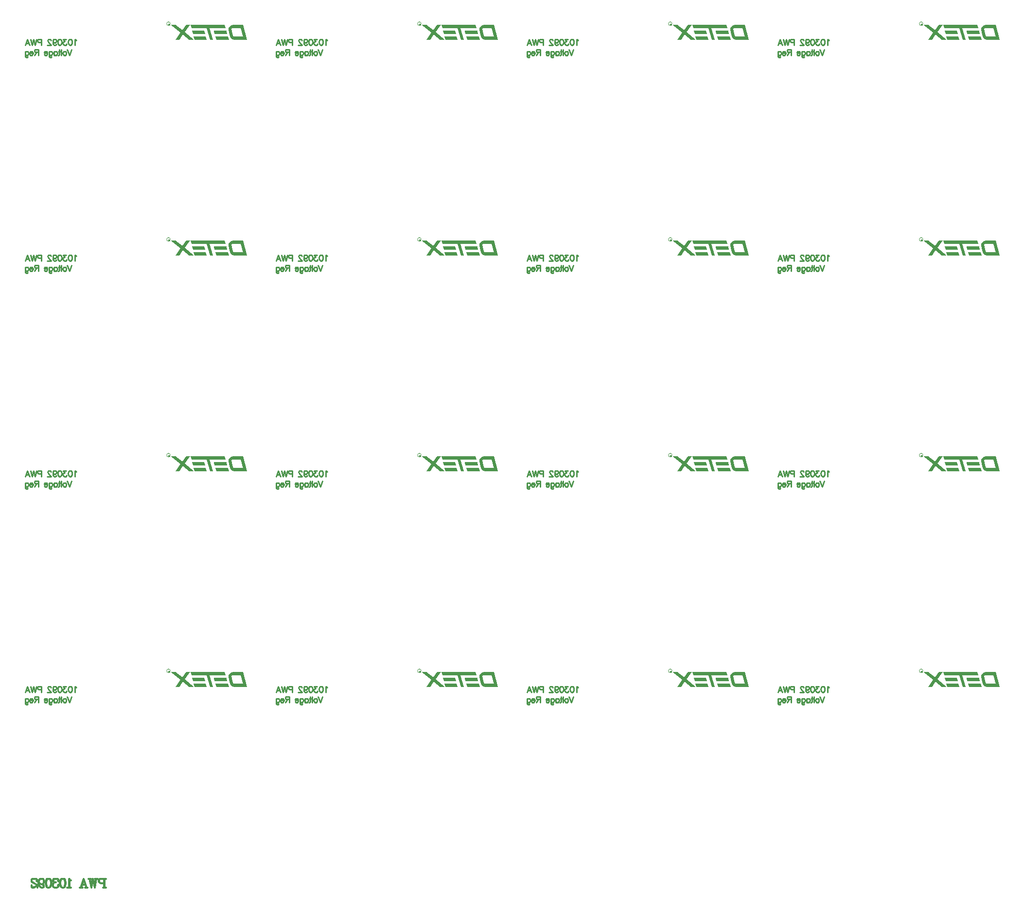
<source format=gbo>
G04*
G04 #@! TF.GenerationSoftware,Altium Limited,Altium Designer,18.1.9 (240)*
G04*
G04 Layer_Color=39580*
%FSLAX24Y24*%
%MOIN*%
G70*
G01*
G75*
%ADD32C,0.0120*%
%ADD34C,0.0100*%
%ADD50C,0.0010*%
G36*
X65988Y59598D02*
X66628Y59088D01*
X66293D01*
X65863Y59430D01*
X65608Y59088D01*
X65345D01*
X65700Y59560D01*
X65028Y60095D01*
X65363D01*
X65823Y59728D01*
X66095Y60095D01*
X66358D01*
X65988Y59598D01*
D02*
G37*
G36*
X48788D02*
X49428Y59088D01*
X49093D01*
X48663Y59430D01*
X48408Y59088D01*
X48145D01*
X48500Y59560D01*
X47828Y60095D01*
X48163D01*
X48623Y59728D01*
X48895Y60095D01*
X49158D01*
X48788Y59598D01*
D02*
G37*
G36*
X31588D02*
X32227Y59088D01*
X31892D01*
X31463Y59430D01*
X31207Y59088D01*
X30945D01*
X31300Y59560D01*
X30628Y60095D01*
X30963D01*
X31423Y59728D01*
X31695Y60095D01*
X31957D01*
X31588Y59598D01*
D02*
G37*
G36*
X14388D02*
X15028Y59088D01*
X14692D01*
X14262Y59430D01*
X14008Y59088D01*
X13745D01*
X14100Y59560D01*
X13427Y60095D01*
X13763D01*
X14223Y59728D01*
X14495Y60095D01*
X14757D01*
X14388Y59598D01*
D02*
G37*
G36*
X68900Y59485D02*
X68038D01*
X67980Y59695D01*
X68843D01*
X68900Y59485D01*
D02*
G37*
G36*
X67385D02*
X66555D01*
X66500Y59695D01*
X67328D01*
X67385Y59485D01*
D02*
G37*
G36*
X51700D02*
X50838D01*
X50780Y59695D01*
X51643D01*
X51700Y59485D01*
D02*
G37*
G36*
X50185D02*
X49355D01*
X49300Y59695D01*
X50128D01*
X50185Y59485D01*
D02*
G37*
G36*
X34500D02*
X33637D01*
X33580Y59695D01*
X34443D01*
X34500Y59485D01*
D02*
G37*
G36*
X32985D02*
X32155D01*
X32100Y59695D01*
X32927D01*
X32985Y59485D01*
D02*
G37*
G36*
X17300D02*
X16437D01*
X16380Y59695D01*
X17242D01*
X17300Y59485D01*
D02*
G37*
G36*
X15785D02*
X14955D01*
X14900Y59695D01*
X15727D01*
X15785Y59485D01*
D02*
G37*
G36*
X70253Y59088D02*
X69383D01*
X69360Y59090D01*
X69318Y59097D01*
X69280Y59113D01*
X69253Y59123D01*
X69230Y59138D01*
X69205Y59158D01*
X69175Y59183D01*
X69150Y59212D01*
X69130Y59247D01*
X69115Y59275D01*
X69105Y59303D01*
X68990Y59725D01*
X68988Y59760D01*
X68985Y59808D01*
X68993Y59850D01*
X69005Y59893D01*
X69023Y59932D01*
X69045Y59967D01*
X69065Y59990D01*
X69090Y60017D01*
X69123Y60040D01*
X69150Y60058D01*
X69183Y60072D01*
X69210Y60083D01*
X69243Y60090D01*
X69268Y60093D01*
X69298Y60095D01*
X69983D01*
X70253Y59088D01*
D02*
G37*
G36*
X69008D02*
X68145D01*
X68088Y59297D01*
X68950D01*
X69008Y59088D01*
D02*
G37*
G36*
X68793Y59885D02*
X67703D01*
X67915Y59088D01*
X67708D01*
X67493Y59885D01*
X66448D01*
X66393Y60095D01*
X68738D01*
X68793Y59885D01*
D02*
G37*
G36*
X53053Y59088D02*
X52183D01*
X52160Y59090D01*
X52118Y59097D01*
X52080Y59113D01*
X52053Y59123D01*
X52030Y59138D01*
X52005Y59158D01*
X51975Y59183D01*
X51950Y59212D01*
X51930Y59247D01*
X51915Y59275D01*
X51905Y59303D01*
X51790Y59725D01*
X51788Y59760D01*
X51785Y59808D01*
X51793Y59850D01*
X51805Y59893D01*
X51823Y59932D01*
X51845Y59967D01*
X51865Y59990D01*
X51890Y60017D01*
X51923Y60040D01*
X51950Y60058D01*
X51983Y60072D01*
X52010Y60083D01*
X52043Y60090D01*
X52068Y60093D01*
X52098Y60095D01*
X52783D01*
X53053Y59088D01*
D02*
G37*
G36*
X51808D02*
X50945D01*
X50888Y59297D01*
X51750D01*
X51808Y59088D01*
D02*
G37*
G36*
X51593Y59885D02*
X50503D01*
X50715Y59088D01*
X50508D01*
X50293Y59885D01*
X49248D01*
X49193Y60095D01*
X51538D01*
X51593Y59885D01*
D02*
G37*
G36*
X35852Y59088D02*
X34983D01*
X34960Y59090D01*
X34918Y59097D01*
X34880Y59113D01*
X34852Y59123D01*
X34830Y59138D01*
X34805Y59158D01*
X34775Y59183D01*
X34750Y59212D01*
X34730Y59247D01*
X34715Y59275D01*
X34705Y59303D01*
X34590Y59725D01*
X34588Y59760D01*
X34585Y59808D01*
X34592Y59850D01*
X34605Y59893D01*
X34622Y59932D01*
X34645Y59967D01*
X34665Y59990D01*
X34690Y60017D01*
X34722Y60040D01*
X34750Y60058D01*
X34783Y60072D01*
X34810Y60083D01*
X34843Y60090D01*
X34867Y60093D01*
X34897Y60095D01*
X35582D01*
X35852Y59088D01*
D02*
G37*
G36*
X34608D02*
X33745D01*
X33688Y59297D01*
X34550D01*
X34608Y59088D01*
D02*
G37*
G36*
X34392Y59885D02*
X33303D01*
X33515Y59088D01*
X33307D01*
X33093Y59885D01*
X32048D01*
X31992Y60095D01*
X34337D01*
X34392Y59885D01*
D02*
G37*
G36*
X18652Y59088D02*
X17782D01*
X17760Y59090D01*
X17717Y59097D01*
X17680Y59113D01*
X17652Y59123D01*
X17630Y59138D01*
X17605Y59158D01*
X17575Y59183D01*
X17550Y59212D01*
X17530Y59247D01*
X17515Y59275D01*
X17505Y59303D01*
X17390Y59725D01*
X17387Y59760D01*
X17385Y59808D01*
X17392Y59850D01*
X17405Y59893D01*
X17422Y59932D01*
X17445Y59967D01*
X17465Y59990D01*
X17490Y60017D01*
X17522Y60040D01*
X17550Y60058D01*
X17582Y60072D01*
X17610Y60083D01*
X17643Y60090D01*
X17667Y60093D01*
X17697Y60095D01*
X18383D01*
X18652Y59088D01*
D02*
G37*
G36*
X17407D02*
X16545D01*
X16487Y59297D01*
X17350D01*
X17407Y59088D01*
D02*
G37*
G36*
X17192Y59885D02*
X16102D01*
X16315Y59088D01*
X16107D01*
X15892Y59885D01*
X14848D01*
X14792Y60095D01*
X17138D01*
X17192Y59885D01*
D02*
G37*
G36*
X67493Y59085D02*
X66663D01*
X66605Y59295D01*
X67435Y59297D01*
X67493Y59085D01*
D02*
G37*
G36*
X50293D02*
X49463D01*
X49405Y59295D01*
X50235Y59297D01*
X50293Y59085D01*
D02*
G37*
G36*
X33093D02*
X32262D01*
X32205Y59295D01*
X33035Y59297D01*
X33093Y59085D01*
D02*
G37*
G36*
X15892D02*
X15063D01*
X15005Y59295D01*
X15835Y59297D01*
X15892Y59085D01*
D02*
G37*
G36*
X65988Y44798D02*
X66628Y44288D01*
X66293D01*
X65863Y44630D01*
X65608Y44288D01*
X65345D01*
X65700Y44760D01*
X65028Y45295D01*
X65363D01*
X65823Y44928D01*
X66095Y45295D01*
X66358D01*
X65988Y44798D01*
D02*
G37*
G36*
X48788D02*
X49428Y44288D01*
X49093D01*
X48663Y44630D01*
X48408Y44288D01*
X48145D01*
X48500Y44760D01*
X47828Y45295D01*
X48163D01*
X48623Y44928D01*
X48895Y45295D01*
X49158D01*
X48788Y44798D01*
D02*
G37*
G36*
X31588D02*
X32227Y44288D01*
X31892D01*
X31463Y44630D01*
X31207Y44288D01*
X30945D01*
X31300Y44760D01*
X30628Y45295D01*
X30963D01*
X31423Y44928D01*
X31695Y45295D01*
X31957D01*
X31588Y44798D01*
D02*
G37*
G36*
X14388D02*
X15028Y44288D01*
X14692D01*
X14262Y44630D01*
X14008Y44288D01*
X13745D01*
X14100Y44760D01*
X13427Y45295D01*
X13763D01*
X14223Y44928D01*
X14495Y45295D01*
X14757D01*
X14388Y44798D01*
D02*
G37*
G36*
X68900Y44685D02*
X68038D01*
X67980Y44895D01*
X68843D01*
X68900Y44685D01*
D02*
G37*
G36*
X67385D02*
X66555D01*
X66500Y44895D01*
X67328D01*
X67385Y44685D01*
D02*
G37*
G36*
X51700D02*
X50838D01*
X50780Y44895D01*
X51643D01*
X51700Y44685D01*
D02*
G37*
G36*
X50185D02*
X49355D01*
X49300Y44895D01*
X50128D01*
X50185Y44685D01*
D02*
G37*
G36*
X34500D02*
X33637D01*
X33580Y44895D01*
X34443D01*
X34500Y44685D01*
D02*
G37*
G36*
X32985D02*
X32155D01*
X32100Y44895D01*
X32927D01*
X32985Y44685D01*
D02*
G37*
G36*
X17300D02*
X16437D01*
X16380Y44895D01*
X17242D01*
X17300Y44685D01*
D02*
G37*
G36*
X15785D02*
X14955D01*
X14900Y44895D01*
X15727D01*
X15785Y44685D01*
D02*
G37*
G36*
X70253Y44288D02*
X69383D01*
X69360Y44290D01*
X69318Y44297D01*
X69280Y44313D01*
X69253Y44323D01*
X69230Y44338D01*
X69205Y44358D01*
X69175Y44383D01*
X69150Y44412D01*
X69130Y44447D01*
X69115Y44475D01*
X69105Y44503D01*
X68990Y44925D01*
X68988Y44960D01*
X68985Y45008D01*
X68993Y45050D01*
X69005Y45093D01*
X69023Y45132D01*
X69045Y45167D01*
X69065Y45190D01*
X69090Y45217D01*
X69123Y45240D01*
X69150Y45258D01*
X69183Y45272D01*
X69210Y45283D01*
X69243Y45290D01*
X69268Y45293D01*
X69298Y45295D01*
X69983D01*
X70253Y44288D01*
D02*
G37*
G36*
X69008D02*
X68145D01*
X68088Y44497D01*
X68950D01*
X69008Y44288D01*
D02*
G37*
G36*
X68793Y45085D02*
X67703D01*
X67915Y44288D01*
X67708D01*
X67493Y45085D01*
X66448D01*
X66393Y45295D01*
X68738D01*
X68793Y45085D01*
D02*
G37*
G36*
X53053Y44288D02*
X52183D01*
X52160Y44290D01*
X52118Y44297D01*
X52080Y44313D01*
X52053Y44323D01*
X52030Y44338D01*
X52005Y44358D01*
X51975Y44383D01*
X51950Y44412D01*
X51930Y44447D01*
X51915Y44475D01*
X51905Y44503D01*
X51790Y44925D01*
X51788Y44960D01*
X51785Y45008D01*
X51793Y45050D01*
X51805Y45093D01*
X51823Y45132D01*
X51845Y45167D01*
X51865Y45190D01*
X51890Y45217D01*
X51923Y45240D01*
X51950Y45258D01*
X51983Y45272D01*
X52010Y45283D01*
X52043Y45290D01*
X52068Y45293D01*
X52098Y45295D01*
X52783D01*
X53053Y44288D01*
D02*
G37*
G36*
X51808D02*
X50945D01*
X50888Y44497D01*
X51750D01*
X51808Y44288D01*
D02*
G37*
G36*
X51593Y45085D02*
X50503D01*
X50715Y44288D01*
X50508D01*
X50293Y45085D01*
X49248D01*
X49193Y45295D01*
X51538D01*
X51593Y45085D01*
D02*
G37*
G36*
X35852Y44288D02*
X34983D01*
X34960Y44290D01*
X34918Y44297D01*
X34880Y44313D01*
X34852Y44323D01*
X34830Y44338D01*
X34805Y44358D01*
X34775Y44383D01*
X34750Y44412D01*
X34730Y44447D01*
X34715Y44475D01*
X34705Y44503D01*
X34590Y44925D01*
X34588Y44960D01*
X34585Y45008D01*
X34592Y45050D01*
X34605Y45093D01*
X34622Y45132D01*
X34645Y45167D01*
X34665Y45190D01*
X34690Y45217D01*
X34722Y45240D01*
X34750Y45258D01*
X34783Y45272D01*
X34810Y45283D01*
X34843Y45290D01*
X34867Y45293D01*
X34897Y45295D01*
X35582D01*
X35852Y44288D01*
D02*
G37*
G36*
X34608D02*
X33745D01*
X33688Y44497D01*
X34550D01*
X34608Y44288D01*
D02*
G37*
G36*
X34392Y45085D02*
X33303D01*
X33515Y44288D01*
X33307D01*
X33093Y45085D01*
X32048D01*
X31992Y45295D01*
X34337D01*
X34392Y45085D01*
D02*
G37*
G36*
X18652Y44288D02*
X17782D01*
X17760Y44290D01*
X17717Y44297D01*
X17680Y44313D01*
X17652Y44323D01*
X17630Y44338D01*
X17605Y44358D01*
X17575Y44383D01*
X17550Y44412D01*
X17530Y44447D01*
X17515Y44475D01*
X17505Y44503D01*
X17390Y44925D01*
X17387Y44960D01*
X17385Y45008D01*
X17392Y45050D01*
X17405Y45093D01*
X17422Y45132D01*
X17445Y45167D01*
X17465Y45190D01*
X17490Y45217D01*
X17522Y45240D01*
X17550Y45258D01*
X17582Y45272D01*
X17610Y45283D01*
X17643Y45290D01*
X17667Y45293D01*
X17697Y45295D01*
X18383D01*
X18652Y44288D01*
D02*
G37*
G36*
X17407D02*
X16545D01*
X16487Y44497D01*
X17350D01*
X17407Y44288D01*
D02*
G37*
G36*
X17192Y45085D02*
X16102D01*
X16315Y44288D01*
X16107D01*
X15892Y45085D01*
X14848D01*
X14792Y45295D01*
X17138D01*
X17192Y45085D01*
D02*
G37*
G36*
X67493Y44285D02*
X66663D01*
X66605Y44495D01*
X67435Y44497D01*
X67493Y44285D01*
D02*
G37*
G36*
X50293D02*
X49463D01*
X49405Y44495D01*
X50235Y44497D01*
X50293Y44285D01*
D02*
G37*
G36*
X33093D02*
X32262D01*
X32205Y44495D01*
X33035Y44497D01*
X33093Y44285D01*
D02*
G37*
G36*
X15892D02*
X15063D01*
X15005Y44495D01*
X15835Y44497D01*
X15892Y44285D01*
D02*
G37*
G36*
X65988Y29997D02*
X66628Y29488D01*
X66293D01*
X65863Y29830D01*
X65608Y29488D01*
X65345D01*
X65700Y29960D01*
X65028Y30495D01*
X65363D01*
X65823Y30127D01*
X66095Y30495D01*
X66358D01*
X65988Y29997D01*
D02*
G37*
G36*
X48788D02*
X49428Y29488D01*
X49093D01*
X48663Y29830D01*
X48408Y29488D01*
X48145D01*
X48500Y29960D01*
X47828Y30495D01*
X48163D01*
X48623Y30127D01*
X48895Y30495D01*
X49158D01*
X48788Y29997D01*
D02*
G37*
G36*
X31588D02*
X32227Y29488D01*
X31892D01*
X31463Y29830D01*
X31207Y29488D01*
X30945D01*
X31300Y29960D01*
X30628Y30495D01*
X30963D01*
X31423Y30127D01*
X31695Y30495D01*
X31957D01*
X31588Y29997D01*
D02*
G37*
G36*
X14388D02*
X15028Y29488D01*
X14692D01*
X14262Y29830D01*
X14008Y29488D01*
X13745D01*
X14100Y29960D01*
X13427Y30495D01*
X13763D01*
X14223Y30127D01*
X14495Y30495D01*
X14757D01*
X14388Y29997D01*
D02*
G37*
G36*
X68900Y29885D02*
X68038D01*
X67980Y30095D01*
X68843D01*
X68900Y29885D01*
D02*
G37*
G36*
X67385D02*
X66555D01*
X66500Y30095D01*
X67328D01*
X67385Y29885D01*
D02*
G37*
G36*
X51700D02*
X50838D01*
X50780Y30095D01*
X51643D01*
X51700Y29885D01*
D02*
G37*
G36*
X50185D02*
X49355D01*
X49300Y30095D01*
X50128D01*
X50185Y29885D01*
D02*
G37*
G36*
X34500D02*
X33637D01*
X33580Y30095D01*
X34443D01*
X34500Y29885D01*
D02*
G37*
G36*
X32985D02*
X32155D01*
X32100Y30095D01*
X32927D01*
X32985Y29885D01*
D02*
G37*
G36*
X17300D02*
X16437D01*
X16380Y30095D01*
X17242D01*
X17300Y29885D01*
D02*
G37*
G36*
X15785D02*
X14955D01*
X14900Y30095D01*
X15727D01*
X15785Y29885D01*
D02*
G37*
G36*
X70253Y29488D02*
X69383D01*
X69360Y29490D01*
X69318Y29497D01*
X69280Y29513D01*
X69253Y29523D01*
X69230Y29537D01*
X69205Y29557D01*
X69175Y29583D01*
X69150Y29613D01*
X69130Y29648D01*
X69115Y29675D01*
X69105Y29702D01*
X68990Y30125D01*
X68988Y30160D01*
X68985Y30208D01*
X68993Y30250D01*
X69005Y30292D01*
X69023Y30333D01*
X69045Y30368D01*
X69065Y30390D01*
X69090Y30417D01*
X69123Y30440D01*
X69150Y30457D01*
X69183Y30473D01*
X69210Y30482D01*
X69243Y30490D01*
X69268Y30492D01*
X69298Y30495D01*
X69983D01*
X70253Y29488D01*
D02*
G37*
G36*
X69008D02*
X68145D01*
X68088Y29697D01*
X68950D01*
X69008Y29488D01*
D02*
G37*
G36*
X68793Y30285D02*
X67703D01*
X67915Y29488D01*
X67708D01*
X67493Y30285D01*
X66448D01*
X66393Y30495D01*
X68738D01*
X68793Y30285D01*
D02*
G37*
G36*
X53053Y29488D02*
X52183D01*
X52160Y29490D01*
X52118Y29497D01*
X52080Y29513D01*
X52053Y29523D01*
X52030Y29537D01*
X52005Y29557D01*
X51975Y29583D01*
X51950Y29613D01*
X51930Y29648D01*
X51915Y29675D01*
X51905Y29702D01*
X51790Y30125D01*
X51788Y30160D01*
X51785Y30208D01*
X51793Y30250D01*
X51805Y30292D01*
X51823Y30333D01*
X51845Y30368D01*
X51865Y30390D01*
X51890Y30417D01*
X51923Y30440D01*
X51950Y30457D01*
X51983Y30473D01*
X52010Y30482D01*
X52043Y30490D01*
X52068Y30492D01*
X52098Y30495D01*
X52783D01*
X53053Y29488D01*
D02*
G37*
G36*
X51808D02*
X50945D01*
X50888Y29697D01*
X51750D01*
X51808Y29488D01*
D02*
G37*
G36*
X51593Y30285D02*
X50503D01*
X50715Y29488D01*
X50508D01*
X50293Y30285D01*
X49248D01*
X49193Y30495D01*
X51538D01*
X51593Y30285D01*
D02*
G37*
G36*
X35852Y29488D02*
X34983D01*
X34960Y29490D01*
X34918Y29497D01*
X34880Y29513D01*
X34852Y29523D01*
X34830Y29537D01*
X34805Y29557D01*
X34775Y29583D01*
X34750Y29613D01*
X34730Y29648D01*
X34715Y29675D01*
X34705Y29702D01*
X34590Y30125D01*
X34588Y30160D01*
X34585Y30208D01*
X34592Y30250D01*
X34605Y30292D01*
X34622Y30333D01*
X34645Y30368D01*
X34665Y30390D01*
X34690Y30417D01*
X34722Y30440D01*
X34750Y30457D01*
X34783Y30473D01*
X34810Y30482D01*
X34843Y30490D01*
X34867Y30492D01*
X34897Y30495D01*
X35582D01*
X35852Y29488D01*
D02*
G37*
G36*
X34608D02*
X33745D01*
X33688Y29697D01*
X34550D01*
X34608Y29488D01*
D02*
G37*
G36*
X34392Y30285D02*
X33303D01*
X33515Y29488D01*
X33307D01*
X33093Y30285D01*
X32048D01*
X31992Y30495D01*
X34337D01*
X34392Y30285D01*
D02*
G37*
G36*
X18652Y29488D02*
X17782D01*
X17760Y29490D01*
X17717Y29497D01*
X17680Y29513D01*
X17652Y29523D01*
X17630Y29537D01*
X17605Y29557D01*
X17575Y29583D01*
X17550Y29613D01*
X17530Y29648D01*
X17515Y29675D01*
X17505Y29702D01*
X17390Y30125D01*
X17387Y30160D01*
X17385Y30208D01*
X17392Y30250D01*
X17405Y30292D01*
X17422Y30333D01*
X17445Y30368D01*
X17465Y30390D01*
X17490Y30417D01*
X17522Y30440D01*
X17550Y30457D01*
X17582Y30473D01*
X17610Y30482D01*
X17643Y30490D01*
X17667Y30492D01*
X17697Y30495D01*
X18383D01*
X18652Y29488D01*
D02*
G37*
G36*
X17407D02*
X16545D01*
X16487Y29697D01*
X17350D01*
X17407Y29488D01*
D02*
G37*
G36*
X17192Y30285D02*
X16102D01*
X16315Y29488D01*
X16107D01*
X15892Y30285D01*
X14848D01*
X14792Y30495D01*
X17138D01*
X17192Y30285D01*
D02*
G37*
G36*
X67493Y29485D02*
X66663D01*
X66605Y29695D01*
X67435Y29697D01*
X67493Y29485D01*
D02*
G37*
G36*
X50293D02*
X49463D01*
X49405Y29695D01*
X50235Y29697D01*
X50293Y29485D01*
D02*
G37*
G36*
X33093D02*
X32262D01*
X32205Y29695D01*
X33035Y29697D01*
X33093Y29485D01*
D02*
G37*
G36*
X15892D02*
X15063D01*
X15005Y29695D01*
X15835Y29697D01*
X15892Y29485D01*
D02*
G37*
G36*
X65988Y15197D02*
X66628Y14688D01*
X66293D01*
X65863Y15030D01*
X65608Y14688D01*
X65345D01*
X65700Y15160D01*
X65028Y15695D01*
X65363D01*
X65823Y15328D01*
X66095Y15695D01*
X66358D01*
X65988Y15197D01*
D02*
G37*
G36*
X48788D02*
X49428Y14688D01*
X49093D01*
X48663Y15030D01*
X48408Y14688D01*
X48145D01*
X48500Y15160D01*
X47828Y15695D01*
X48163D01*
X48623Y15328D01*
X48895Y15695D01*
X49158D01*
X48788Y15197D01*
D02*
G37*
G36*
X31588D02*
X32227Y14688D01*
X31892D01*
X31463Y15030D01*
X31207Y14688D01*
X30945D01*
X31300Y15160D01*
X30628Y15695D01*
X30963D01*
X31423Y15328D01*
X31695Y15695D01*
X31957D01*
X31588Y15197D01*
D02*
G37*
G36*
X14388D02*
X15028Y14688D01*
X14692D01*
X14262Y15030D01*
X14008Y14688D01*
X13745D01*
X14100Y15160D01*
X13427Y15695D01*
X13763D01*
X14223Y15328D01*
X14495Y15695D01*
X14757D01*
X14388Y15197D01*
D02*
G37*
G36*
X68900Y15085D02*
X68038D01*
X67980Y15295D01*
X68843D01*
X68900Y15085D01*
D02*
G37*
G36*
X67385D02*
X66555D01*
X66500Y15295D01*
X67328D01*
X67385Y15085D01*
D02*
G37*
G36*
X51700D02*
X50838D01*
X50780Y15295D01*
X51643D01*
X51700Y15085D01*
D02*
G37*
G36*
X50185D02*
X49355D01*
X49300Y15295D01*
X50128D01*
X50185Y15085D01*
D02*
G37*
G36*
X34500D02*
X33637D01*
X33580Y15295D01*
X34443D01*
X34500Y15085D01*
D02*
G37*
G36*
X32985D02*
X32155D01*
X32100Y15295D01*
X32927D01*
X32985Y15085D01*
D02*
G37*
G36*
X17300D02*
X16437D01*
X16380Y15295D01*
X17242D01*
X17300Y15085D01*
D02*
G37*
G36*
X15785D02*
X14955D01*
X14900Y15295D01*
X15727D01*
X15785Y15085D01*
D02*
G37*
G36*
X70253Y14688D02*
X69383D01*
X69360Y14690D01*
X69318Y14698D01*
X69280Y14713D01*
X69253Y14722D01*
X69230Y14737D01*
X69205Y14757D01*
X69175Y14783D01*
X69150Y14813D01*
X69130Y14848D01*
X69115Y14875D01*
X69105Y14902D01*
X68990Y15325D01*
X68988Y15360D01*
X68985Y15408D01*
X68993Y15450D01*
X69005Y15493D01*
X69023Y15532D01*
X69045Y15568D01*
X69065Y15590D01*
X69090Y15618D01*
X69123Y15640D01*
X69150Y15658D01*
X69183Y15673D01*
X69210Y15682D01*
X69243Y15690D01*
X69268Y15692D01*
X69298Y15695D01*
X69983D01*
X70253Y14688D01*
D02*
G37*
G36*
X69008D02*
X68145D01*
X68088Y14898D01*
X68950D01*
X69008Y14688D01*
D02*
G37*
G36*
X68793Y15485D02*
X67703D01*
X67915Y14688D01*
X67708D01*
X67493Y15485D01*
X66448D01*
X66393Y15695D01*
X68738D01*
X68793Y15485D01*
D02*
G37*
G36*
X53053Y14688D02*
X52183D01*
X52160Y14690D01*
X52118Y14698D01*
X52080Y14713D01*
X52053Y14722D01*
X52030Y14737D01*
X52005Y14757D01*
X51975Y14783D01*
X51950Y14813D01*
X51930Y14848D01*
X51915Y14875D01*
X51905Y14902D01*
X51790Y15325D01*
X51788Y15360D01*
X51785Y15408D01*
X51793Y15450D01*
X51805Y15493D01*
X51823Y15532D01*
X51845Y15568D01*
X51865Y15590D01*
X51890Y15618D01*
X51923Y15640D01*
X51950Y15658D01*
X51983Y15673D01*
X52010Y15682D01*
X52043Y15690D01*
X52068Y15692D01*
X52098Y15695D01*
X52783D01*
X53053Y14688D01*
D02*
G37*
G36*
X51808D02*
X50945D01*
X50888Y14898D01*
X51750D01*
X51808Y14688D01*
D02*
G37*
G36*
X51593Y15485D02*
X50503D01*
X50715Y14688D01*
X50508D01*
X50293Y15485D01*
X49248D01*
X49193Y15695D01*
X51538D01*
X51593Y15485D01*
D02*
G37*
G36*
X35852Y14688D02*
X34983D01*
X34960Y14690D01*
X34918Y14698D01*
X34880Y14713D01*
X34852Y14722D01*
X34830Y14737D01*
X34805Y14757D01*
X34775Y14783D01*
X34750Y14813D01*
X34730Y14848D01*
X34715Y14875D01*
X34705Y14902D01*
X34590Y15325D01*
X34588Y15360D01*
X34585Y15408D01*
X34592Y15450D01*
X34605Y15493D01*
X34622Y15532D01*
X34645Y15568D01*
X34665Y15590D01*
X34690Y15618D01*
X34722Y15640D01*
X34750Y15658D01*
X34783Y15673D01*
X34810Y15682D01*
X34843Y15690D01*
X34867Y15692D01*
X34897Y15695D01*
X35582D01*
X35852Y14688D01*
D02*
G37*
G36*
X34608D02*
X33745D01*
X33688Y14898D01*
X34550D01*
X34608Y14688D01*
D02*
G37*
G36*
X34392Y15485D02*
X33303D01*
X33515Y14688D01*
X33307D01*
X33093Y15485D01*
X32048D01*
X31992Y15695D01*
X34337D01*
X34392Y15485D01*
D02*
G37*
G36*
X18652Y14688D02*
X17782D01*
X17760Y14690D01*
X17717Y14698D01*
X17680Y14713D01*
X17652Y14722D01*
X17630Y14737D01*
X17605Y14757D01*
X17575Y14783D01*
X17550Y14813D01*
X17530Y14848D01*
X17515Y14875D01*
X17505Y14902D01*
X17390Y15325D01*
X17387Y15360D01*
X17385Y15408D01*
X17392Y15450D01*
X17405Y15493D01*
X17422Y15532D01*
X17445Y15568D01*
X17465Y15590D01*
X17490Y15618D01*
X17522Y15640D01*
X17550Y15658D01*
X17582Y15673D01*
X17610Y15682D01*
X17643Y15690D01*
X17667Y15692D01*
X17697Y15695D01*
X18383D01*
X18652Y14688D01*
D02*
G37*
G36*
X17407D02*
X16545D01*
X16487Y14898D01*
X17350D01*
X17407Y14688D01*
D02*
G37*
G36*
X17192Y15485D02*
X16102D01*
X16315Y14688D01*
X16107D01*
X15892Y15485D01*
X14848D01*
X14792Y15695D01*
X17138D01*
X17192Y15485D01*
D02*
G37*
G36*
X67493Y14685D02*
X66663D01*
X66605Y14895D01*
X67435Y14898D01*
X67493Y14685D01*
D02*
G37*
G36*
X50293D02*
X49463D01*
X49405Y14895D01*
X50235Y14898D01*
X50293Y14685D01*
D02*
G37*
G36*
X33093D02*
X32262D01*
X32205Y14895D01*
X33035Y14898D01*
X33093Y14685D01*
D02*
G37*
G36*
X15892D02*
X15063D01*
X15005Y14895D01*
X15835Y14898D01*
X15892Y14685D01*
D02*
G37*
%LPC*%
G36*
X69820Y59890D02*
X69820Y59885D01*
X69298Y59887D01*
X69278Y59885D01*
X69263Y59880D01*
X69235Y59865D01*
X69225Y59852D01*
X69210Y59837D01*
X69203Y59825D01*
X69198Y59815D01*
X69195Y59802D01*
X69298Y59387D01*
X69305Y59363D01*
X69315Y59342D01*
X69325Y59330D01*
X69338Y59317D01*
X69353Y59307D01*
X69363Y59303D01*
X69375Y59300D01*
X69388Y59297D01*
X69978D01*
X69983Y59282D01*
X69820Y59890D01*
D02*
G37*
G36*
X52620D02*
X52620Y59885D01*
X52098Y59887D01*
X52078Y59885D01*
X52063Y59880D01*
X52035Y59865D01*
X52025Y59852D01*
X52010Y59837D01*
X52003Y59825D01*
X51998Y59815D01*
X51995Y59802D01*
X52098Y59387D01*
X52105Y59363D01*
X52115Y59342D01*
X52125Y59330D01*
X52138Y59317D01*
X52153Y59307D01*
X52163Y59303D01*
X52175Y59300D01*
X52188Y59297D01*
X52778D01*
X52783Y59282D01*
X52620Y59890D01*
D02*
G37*
G36*
X35420D02*
X35420Y59885D01*
X34897Y59887D01*
X34878Y59885D01*
X34862Y59880D01*
X34835Y59865D01*
X34825Y59852D01*
X34810Y59837D01*
X34802Y59825D01*
X34797Y59815D01*
X34795Y59802D01*
X34897Y59387D01*
X34905Y59363D01*
X34915Y59342D01*
X34925Y59330D01*
X34938Y59317D01*
X34952Y59307D01*
X34962Y59303D01*
X34975Y59300D01*
X34987Y59297D01*
X35577D01*
X35583Y59282D01*
X35420Y59890D01*
D02*
G37*
G36*
X18220D02*
X18220Y59885D01*
X17697Y59887D01*
X17678Y59885D01*
X17663Y59880D01*
X17635Y59865D01*
X17625Y59852D01*
X17610Y59837D01*
X17602Y59825D01*
X17598Y59815D01*
X17595Y59802D01*
X17697Y59387D01*
X17705Y59363D01*
X17715Y59342D01*
X17725Y59330D01*
X17737Y59317D01*
X17752Y59307D01*
X17763Y59303D01*
X17775Y59300D01*
X17787Y59297D01*
X18377D01*
X18383Y59282D01*
X18220Y59890D01*
D02*
G37*
G36*
X69820Y45090D02*
X69820Y45085D01*
X69298Y45087D01*
X69278Y45085D01*
X69263Y45080D01*
X69235Y45065D01*
X69225Y45052D01*
X69210Y45037D01*
X69203Y45025D01*
X69198Y45015D01*
X69195Y45002D01*
X69298Y44587D01*
X69305Y44563D01*
X69315Y44542D01*
X69325Y44530D01*
X69338Y44517D01*
X69353Y44507D01*
X69363Y44503D01*
X69375Y44500D01*
X69388Y44497D01*
X69978D01*
X69983Y44482D01*
X69820Y45090D01*
D02*
G37*
G36*
X52620D02*
X52620Y45085D01*
X52098Y45087D01*
X52078Y45085D01*
X52063Y45080D01*
X52035Y45065D01*
X52025Y45052D01*
X52010Y45037D01*
X52003Y45025D01*
X51998Y45015D01*
X51995Y45002D01*
X52098Y44587D01*
X52105Y44563D01*
X52115Y44542D01*
X52125Y44530D01*
X52138Y44517D01*
X52153Y44507D01*
X52163Y44503D01*
X52175Y44500D01*
X52188Y44497D01*
X52778D01*
X52783Y44482D01*
X52620Y45090D01*
D02*
G37*
G36*
X35420D02*
X35420Y45085D01*
X34897Y45087D01*
X34878Y45085D01*
X34862Y45080D01*
X34835Y45065D01*
X34825Y45052D01*
X34810Y45037D01*
X34802Y45025D01*
X34797Y45015D01*
X34795Y45002D01*
X34897Y44587D01*
X34905Y44563D01*
X34915Y44542D01*
X34925Y44530D01*
X34938Y44517D01*
X34952Y44507D01*
X34962Y44503D01*
X34975Y44500D01*
X34987Y44497D01*
X35577D01*
X35583Y44482D01*
X35420Y45090D01*
D02*
G37*
G36*
X18220D02*
X18220Y45085D01*
X17697Y45087D01*
X17678Y45085D01*
X17663Y45080D01*
X17635Y45065D01*
X17625Y45052D01*
X17610Y45037D01*
X17602Y45025D01*
X17598Y45015D01*
X17595Y45002D01*
X17697Y44587D01*
X17705Y44563D01*
X17715Y44542D01*
X17725Y44530D01*
X17737Y44517D01*
X17752Y44507D01*
X17763Y44503D01*
X17775Y44500D01*
X17787Y44497D01*
X18377D01*
X18383Y44482D01*
X18220Y45090D01*
D02*
G37*
G36*
X69820Y30290D02*
X69820Y30285D01*
X69298Y30287D01*
X69278Y30285D01*
X69263Y30280D01*
X69235Y30265D01*
X69225Y30252D01*
X69210Y30238D01*
X69203Y30225D01*
X69198Y30215D01*
X69195Y30203D01*
X69298Y29787D01*
X69305Y29762D01*
X69315Y29743D01*
X69325Y29730D01*
X69338Y29718D01*
X69353Y29708D01*
X69363Y29702D01*
X69375Y29700D01*
X69388Y29697D01*
X69978D01*
X69983Y29682D01*
X69820Y30290D01*
D02*
G37*
G36*
X52620D02*
X52620Y30285D01*
X52098Y30287D01*
X52078Y30285D01*
X52063Y30280D01*
X52035Y30265D01*
X52025Y30252D01*
X52010Y30238D01*
X52003Y30225D01*
X51998Y30215D01*
X51995Y30203D01*
X52098Y29787D01*
X52105Y29762D01*
X52115Y29743D01*
X52125Y29730D01*
X52138Y29718D01*
X52153Y29708D01*
X52163Y29702D01*
X52175Y29700D01*
X52188Y29697D01*
X52778D01*
X52783Y29682D01*
X52620Y30290D01*
D02*
G37*
G36*
X35420D02*
X35420Y30285D01*
X34897Y30287D01*
X34878Y30285D01*
X34862Y30280D01*
X34835Y30265D01*
X34825Y30252D01*
X34810Y30238D01*
X34802Y30225D01*
X34797Y30215D01*
X34795Y30203D01*
X34897Y29787D01*
X34905Y29762D01*
X34915Y29743D01*
X34925Y29730D01*
X34938Y29718D01*
X34952Y29708D01*
X34962Y29702D01*
X34975Y29700D01*
X34987Y29697D01*
X35577D01*
X35583Y29682D01*
X35420Y30290D01*
D02*
G37*
G36*
X18220D02*
X18220Y30285D01*
X17697Y30287D01*
X17678Y30285D01*
X17663Y30280D01*
X17635Y30265D01*
X17625Y30252D01*
X17610Y30238D01*
X17602Y30225D01*
X17598Y30215D01*
X17595Y30203D01*
X17697Y29787D01*
X17705Y29762D01*
X17715Y29743D01*
X17725Y29730D01*
X17737Y29718D01*
X17752Y29708D01*
X17763Y29702D01*
X17775Y29700D01*
X17787Y29697D01*
X18377D01*
X18383Y29682D01*
X18220Y30290D01*
D02*
G37*
G36*
X69820Y15490D02*
X69820Y15485D01*
X69298Y15488D01*
X69278Y15485D01*
X69263Y15480D01*
X69235Y15465D01*
X69225Y15453D01*
X69210Y15438D01*
X69203Y15425D01*
X69198Y15415D01*
X69195Y15402D01*
X69298Y14987D01*
X69305Y14963D01*
X69315Y14943D01*
X69325Y14930D01*
X69338Y14918D01*
X69353Y14907D01*
X69363Y14902D01*
X69375Y14900D01*
X69388Y14898D01*
X69978D01*
X69983Y14882D01*
X69820Y15490D01*
D02*
G37*
G36*
X52620D02*
X52620Y15485D01*
X52098Y15488D01*
X52078Y15485D01*
X52063Y15480D01*
X52035Y15465D01*
X52025Y15453D01*
X52010Y15438D01*
X52003Y15425D01*
X51998Y15415D01*
X51995Y15402D01*
X52098Y14987D01*
X52105Y14963D01*
X52115Y14943D01*
X52125Y14930D01*
X52138Y14918D01*
X52153Y14907D01*
X52163Y14902D01*
X52175Y14900D01*
X52188Y14898D01*
X52778D01*
X52783Y14882D01*
X52620Y15490D01*
D02*
G37*
G36*
X35420D02*
X35420Y15485D01*
X34897Y15488D01*
X34878Y15485D01*
X34862Y15480D01*
X34835Y15465D01*
X34825Y15453D01*
X34810Y15438D01*
X34802Y15425D01*
X34797Y15415D01*
X34795Y15402D01*
X34897Y14987D01*
X34905Y14963D01*
X34915Y14943D01*
X34925Y14930D01*
X34938Y14918D01*
X34952Y14907D01*
X34962Y14902D01*
X34975Y14900D01*
X34987Y14898D01*
X35577D01*
X35583Y14882D01*
X35420Y15490D01*
D02*
G37*
G36*
X18220D02*
X18220Y15485D01*
X17697Y15488D01*
X17678Y15485D01*
X17663Y15480D01*
X17635Y15465D01*
X17625Y15453D01*
X17610Y15438D01*
X17602Y15425D01*
X17598Y15415D01*
X17595Y15402D01*
X17697Y14987D01*
X17705Y14963D01*
X17715Y14943D01*
X17725Y14930D01*
X17737Y14918D01*
X17752Y14907D01*
X17763Y14902D01*
X17775Y14900D01*
X17787Y14898D01*
X18377D01*
X18383Y14882D01*
X18220Y15490D01*
D02*
G37*
%LPD*%
D32*
X8894Y1520D02*
Y920D01*
X8866Y1520D02*
Y920D01*
X8980Y1520D02*
X8637D01*
X8552Y1491D01*
X8523Y1463D01*
X8494Y1406D01*
Y1320D01*
X8523Y1263D01*
X8552Y1234D01*
X8637Y1206D01*
X8866D01*
X8637Y1520D02*
X8580Y1491D01*
X8552Y1463D01*
X8523Y1406D01*
Y1320D01*
X8552Y1263D01*
X8580Y1234D01*
X8637Y1206D01*
X8980Y920D02*
X8780D01*
X8329Y1520D02*
X8214Y920D01*
X8300Y1520D02*
X8214Y1063D01*
X8100Y1520D02*
X8214Y920D01*
X8100Y1520D02*
X7986Y920D01*
X8072Y1520D02*
X7986Y1063D01*
X7872Y1520D02*
X7986Y920D01*
X8414Y1520D02*
X8214D01*
X7957D02*
X7786D01*
X7463D02*
X7663Y920D01*
X7463Y1520D02*
X7263Y920D01*
X7463Y1434D02*
X7292Y920D01*
X7606Y1091D02*
X7349D01*
X7720Y920D02*
X7549D01*
X7377D02*
X7206D01*
X6589Y1406D02*
X6532Y1434D01*
X6446Y1520D01*
Y920D01*
X6475Y1491D02*
Y920D01*
X6589D02*
X6332D01*
X6058Y1520D02*
X6143Y1491D01*
X6201Y1406D01*
X6229Y1263D01*
Y1177D01*
X6201Y1034D01*
X6143Y949D01*
X6058Y920D01*
X6001D01*
X5915Y949D01*
X5858Y1034D01*
X5829Y1177D01*
Y1263D01*
X5858Y1406D01*
X5915Y1491D01*
X6001Y1520D01*
X6058D01*
X6115Y1491D01*
X6143Y1463D01*
X6172Y1406D01*
X6201Y1263D01*
Y1177D01*
X6172Y1034D01*
X6143Y977D01*
X6115Y949D01*
X6058Y920D01*
X6001D02*
X5944Y949D01*
X5915Y977D01*
X5886Y1034D01*
X5858Y1177D01*
Y1263D01*
X5886Y1406D01*
X5915Y1463D01*
X5944Y1491D01*
X6001Y1520D01*
X5712Y1406D02*
X5684Y1377D01*
X5712Y1348D01*
X5741Y1377D01*
Y1406D01*
X5712Y1463D01*
X5684Y1491D01*
X5598Y1520D01*
X5484D01*
X5398Y1491D01*
X5369Y1434D01*
Y1348D01*
X5398Y1291D01*
X5484Y1263D01*
X5569D01*
X5484Y1520D02*
X5426Y1491D01*
X5398Y1434D01*
Y1348D01*
X5426Y1291D01*
X5484Y1263D01*
X5426Y1234D01*
X5369Y1177D01*
X5341Y1120D01*
Y1034D01*
X5369Y977D01*
X5398Y949D01*
X5484Y920D01*
X5598D01*
X5684Y949D01*
X5712Y977D01*
X5741Y1034D01*
Y1063D01*
X5712Y1091D01*
X5684Y1063D01*
X5712Y1034D01*
X5398Y1206D02*
X5369Y1120D01*
Y1034D01*
X5398Y977D01*
X5426Y949D01*
X5484Y920D01*
X5081Y1520D02*
X5167Y1491D01*
X5224Y1406D01*
X5252Y1263D01*
Y1177D01*
X5224Y1034D01*
X5167Y949D01*
X5081Y920D01*
X5024D01*
X4938Y949D01*
X4881Y1034D01*
X4852Y1177D01*
Y1263D01*
X4881Y1406D01*
X4938Y1491D01*
X5024Y1520D01*
X5081D01*
X5138Y1491D01*
X5167Y1463D01*
X5195Y1406D01*
X5224Y1263D01*
Y1177D01*
X5195Y1034D01*
X5167Y977D01*
X5138Y949D01*
X5081Y920D01*
X5024D02*
X4967Y949D01*
X4938Y977D01*
X4909Y1034D01*
X4881Y1177D01*
Y1263D01*
X4909Y1406D01*
X4938Y1463D01*
X4967Y1491D01*
X5024Y1520D01*
X4392Y1320D02*
X4421Y1234D01*
X4478Y1177D01*
X4564Y1149D01*
X4592D01*
X4678Y1177D01*
X4735Y1234D01*
X4764Y1320D01*
Y1348D01*
X4735Y1434D01*
X4678Y1491D01*
X4592Y1520D01*
X4535D01*
X4450Y1491D01*
X4392Y1434D01*
X4364Y1348D01*
Y1177D01*
X4392Y1063D01*
X4421Y1006D01*
X4478Y949D01*
X4564Y920D01*
X4649D01*
X4707Y949D01*
X4735Y1006D01*
Y1034D01*
X4707Y1063D01*
X4678Y1034D01*
X4707Y1006D01*
X4592Y1149D02*
X4649Y1177D01*
X4707Y1234D01*
X4735Y1320D01*
Y1348D01*
X4707Y1434D01*
X4649Y1491D01*
X4592Y1520D01*
X4535D02*
X4478Y1491D01*
X4421Y1434D01*
X4392Y1348D01*
Y1177D01*
X4421Y1063D01*
X4450Y1006D01*
X4507Y949D01*
X4564Y920D01*
X4247Y1406D02*
X4218Y1377D01*
X4247Y1348D01*
X4275Y1377D01*
Y1406D01*
X4247Y1463D01*
X4218Y1491D01*
X4132Y1520D01*
X4018D01*
X3933Y1491D01*
X3904Y1463D01*
X3875Y1406D01*
Y1348D01*
X3904Y1291D01*
X3990Y1234D01*
X4132Y1177D01*
X4190Y1149D01*
X4247Y1091D01*
X4275Y1006D01*
Y920D01*
X4018Y1520D02*
X3961Y1491D01*
X3933Y1463D01*
X3904Y1406D01*
Y1348D01*
X3933Y1291D01*
X4018Y1234D01*
X4132Y1177D01*
X4275Y977D02*
X4247Y1006D01*
X4190D01*
X4047Y949D01*
X3961D01*
X3904Y977D01*
X3875Y1006D01*
Y1063D01*
X4190Y1006D02*
X4047Y920D01*
X3933D01*
X3904Y949D01*
X3875Y1006D01*
D34*
X6627Y14015D02*
X6475Y13615D01*
X6323Y14015D02*
X6475Y13615D01*
X6176Y13882D02*
X6214Y13863D01*
X6252Y13824D01*
X6271Y13767D01*
Y13729D01*
X6252Y13672D01*
X6214Y13634D01*
X6176Y13615D01*
X6119D01*
X6081Y13634D01*
X6043Y13672D01*
X6024Y13729D01*
Y13767D01*
X6043Y13824D01*
X6081Y13863D01*
X6119Y13882D01*
X6176D01*
X5936Y14015D02*
Y13615D01*
X5795Y14015D02*
Y13691D01*
X5776Y13634D01*
X5738Y13615D01*
X5700D01*
X5852Y13882D02*
X5719D01*
X5414D02*
Y13615D01*
Y13824D02*
X5452Y13863D01*
X5491Y13882D01*
X5548D01*
X5586Y13863D01*
X5624Y13824D01*
X5643Y13767D01*
Y13729D01*
X5624Y13672D01*
X5586Y13634D01*
X5548Y13615D01*
X5491D01*
X5452Y13634D01*
X5414Y13672D01*
X5079Y13882D02*
Y13577D01*
X5098Y13520D01*
X5117Y13501D01*
X5155Y13482D01*
X5213D01*
X5251Y13501D01*
X5079Y13824D02*
X5117Y13863D01*
X5155Y13882D01*
X5213D01*
X5251Y13863D01*
X5289Y13824D01*
X5308Y13767D01*
Y13729D01*
X5289Y13672D01*
X5251Y13634D01*
X5213Y13615D01*
X5155D01*
X5117Y13634D01*
X5079Y13672D01*
X4973Y13767D02*
X4744D01*
Y13805D01*
X4763Y13844D01*
X4782Y13863D01*
X4820Y13882D01*
X4877D01*
X4915Y13863D01*
X4954Y13824D01*
X4973Y13767D01*
Y13729D01*
X4954Y13672D01*
X4915Y13634D01*
X4877Y13615D01*
X4820D01*
X4782Y13634D01*
X4744Y13672D01*
X4344Y14015D02*
Y13615D01*
Y14015D02*
X4173D01*
X4116Y13996D01*
X4097Y13977D01*
X4078Y13939D01*
Y13901D01*
X4097Y13863D01*
X4116Y13844D01*
X4173Y13824D01*
X4344D01*
X4211D02*
X4078Y13615D01*
X3988Y13767D02*
X3759D01*
Y13805D01*
X3779Y13844D01*
X3798Y13863D01*
X3836Y13882D01*
X3893D01*
X3931Y13863D01*
X3969Y13824D01*
X3988Y13767D01*
Y13729D01*
X3969Y13672D01*
X3931Y13634D01*
X3893Y13615D01*
X3836D01*
X3798Y13634D01*
X3759Y13672D01*
X3445Y13882D02*
Y13577D01*
X3464Y13520D01*
X3483Y13501D01*
X3521Y13482D01*
X3579D01*
X3617Y13501D01*
X3445Y13824D02*
X3483Y13863D01*
X3521Y13882D01*
X3579D01*
X3617Y13863D01*
X3655Y13824D01*
X3674Y13767D01*
Y13729D01*
X3655Y13672D01*
X3617Y13634D01*
X3579Y13615D01*
X3521D01*
X3483Y13634D01*
X3445Y13672D01*
X6955Y14645D02*
X6917Y14664D01*
X6860Y14721D01*
Y14321D01*
X6547Y14721D02*
X6605Y14702D01*
X6643Y14645D01*
X6662Y14550D01*
Y14493D01*
X6643Y14397D01*
X6605Y14340D01*
X6547Y14321D01*
X6509D01*
X6452Y14340D01*
X6414Y14397D01*
X6395Y14493D01*
Y14550D01*
X6414Y14645D01*
X6452Y14702D01*
X6509Y14721D01*
X6547D01*
X6268D02*
X6058D01*
X6172Y14569D01*
X6115D01*
X6077Y14550D01*
X6058Y14531D01*
X6039Y14474D01*
Y14436D01*
X6058Y14378D01*
X6096Y14340D01*
X6153Y14321D01*
X6210D01*
X6268Y14340D01*
X6287Y14359D01*
X6306Y14397D01*
X5835Y14721D02*
X5892Y14702D01*
X5930Y14645D01*
X5950Y14550D01*
Y14493D01*
X5930Y14397D01*
X5892Y14340D01*
X5835Y14321D01*
X5797D01*
X5740Y14340D01*
X5702Y14397D01*
X5683Y14493D01*
Y14550D01*
X5702Y14645D01*
X5740Y14702D01*
X5797Y14721D01*
X5835D01*
X5346Y14588D02*
X5365Y14531D01*
X5403Y14493D01*
X5460Y14474D01*
X5479D01*
X5536Y14493D01*
X5574Y14531D01*
X5593Y14588D01*
Y14607D01*
X5574Y14664D01*
X5536Y14702D01*
X5479Y14721D01*
X5460D01*
X5403Y14702D01*
X5365Y14664D01*
X5346Y14588D01*
Y14493D01*
X5365Y14397D01*
X5403Y14340D01*
X5460Y14321D01*
X5498D01*
X5555Y14340D01*
X5574Y14378D01*
X5218Y14626D02*
Y14645D01*
X5199Y14683D01*
X5180Y14702D01*
X5142Y14721D01*
X5066D01*
X5028Y14702D01*
X5009Y14683D01*
X4990Y14645D01*
Y14607D01*
X5009Y14569D01*
X5047Y14512D01*
X5237Y14321D01*
X4971D01*
X4567Y14512D02*
X4396D01*
X4338Y14531D01*
X4319Y14550D01*
X4300Y14588D01*
Y14645D01*
X4319Y14683D01*
X4338Y14702D01*
X4396Y14721D01*
X4567D01*
Y14321D01*
X4211Y14721D02*
X4116Y14321D01*
X4020Y14721D02*
X4116Y14321D01*
X4020Y14721D02*
X3925Y14321D01*
X3830Y14721D02*
X3925Y14321D01*
X3445D02*
X3598Y14721D01*
X3750Y14321D01*
X3693Y14455D02*
X3502D01*
X23827Y14015D02*
X23675Y13615D01*
X23523Y14015D02*
X23675Y13615D01*
X23376Y13882D02*
X23414Y13863D01*
X23452Y13824D01*
X23471Y13767D01*
Y13729D01*
X23452Y13672D01*
X23414Y13634D01*
X23376Y13615D01*
X23319D01*
X23281Y13634D01*
X23243Y13672D01*
X23224Y13729D01*
Y13767D01*
X23243Y13824D01*
X23281Y13863D01*
X23319Y13882D01*
X23376D01*
X23136Y14015D02*
Y13615D01*
X22995Y14015D02*
Y13691D01*
X22976Y13634D01*
X22938Y13615D01*
X22900D01*
X23052Y13882D02*
X22919D01*
X22614D02*
Y13615D01*
Y13824D02*
X22652Y13863D01*
X22691Y13882D01*
X22748D01*
X22786Y13863D01*
X22824Y13824D01*
X22843Y13767D01*
Y13729D01*
X22824Y13672D01*
X22786Y13634D01*
X22748Y13615D01*
X22691D01*
X22652Y13634D01*
X22614Y13672D01*
X22279Y13882D02*
Y13577D01*
X22298Y13520D01*
X22317Y13501D01*
X22355Y13482D01*
X22413D01*
X22451Y13501D01*
X22279Y13824D02*
X22317Y13863D01*
X22355Y13882D01*
X22413D01*
X22451Y13863D01*
X22489Y13824D01*
X22508Y13767D01*
Y13729D01*
X22489Y13672D01*
X22451Y13634D01*
X22413Y13615D01*
X22355D01*
X22317Y13634D01*
X22279Y13672D01*
X22173Y13767D02*
X21944D01*
Y13805D01*
X21963Y13844D01*
X21982Y13863D01*
X22020Y13882D01*
X22077D01*
X22115Y13863D01*
X22154Y13824D01*
X22173Y13767D01*
Y13729D01*
X22154Y13672D01*
X22115Y13634D01*
X22077Y13615D01*
X22020D01*
X21982Y13634D01*
X21944Y13672D01*
X21544Y14015D02*
Y13615D01*
Y14015D02*
X21373D01*
X21316Y13996D01*
X21297Y13977D01*
X21278Y13939D01*
Y13901D01*
X21297Y13863D01*
X21316Y13844D01*
X21373Y13824D01*
X21544D01*
X21411D02*
X21278Y13615D01*
X21188Y13767D02*
X20959D01*
Y13805D01*
X20979Y13844D01*
X20998Y13863D01*
X21036Y13882D01*
X21093D01*
X21131Y13863D01*
X21169Y13824D01*
X21188Y13767D01*
Y13729D01*
X21169Y13672D01*
X21131Y13634D01*
X21093Y13615D01*
X21036D01*
X20998Y13634D01*
X20959Y13672D01*
X20645Y13882D02*
Y13577D01*
X20664Y13520D01*
X20683Y13501D01*
X20721Y13482D01*
X20779D01*
X20817Y13501D01*
X20645Y13824D02*
X20683Y13863D01*
X20721Y13882D01*
X20779D01*
X20817Y13863D01*
X20855Y13824D01*
X20874Y13767D01*
Y13729D01*
X20855Y13672D01*
X20817Y13634D01*
X20779Y13615D01*
X20721D01*
X20683Y13634D01*
X20645Y13672D01*
X24155Y14645D02*
X24117Y14664D01*
X24060Y14721D01*
Y14321D01*
X23747Y14721D02*
X23805Y14702D01*
X23843Y14645D01*
X23862Y14550D01*
Y14493D01*
X23843Y14397D01*
X23805Y14340D01*
X23747Y14321D01*
X23709D01*
X23652Y14340D01*
X23614Y14397D01*
X23595Y14493D01*
Y14550D01*
X23614Y14645D01*
X23652Y14702D01*
X23709Y14721D01*
X23747D01*
X23468D02*
X23258D01*
X23372Y14569D01*
X23315D01*
X23277Y14550D01*
X23258Y14531D01*
X23239Y14474D01*
Y14436D01*
X23258Y14378D01*
X23296Y14340D01*
X23353Y14321D01*
X23410D01*
X23468Y14340D01*
X23487Y14359D01*
X23506Y14397D01*
X23035Y14721D02*
X23092Y14702D01*
X23130Y14645D01*
X23149Y14550D01*
Y14493D01*
X23130Y14397D01*
X23092Y14340D01*
X23035Y14321D01*
X22997D01*
X22940Y14340D01*
X22902Y14397D01*
X22883Y14493D01*
Y14550D01*
X22902Y14645D01*
X22940Y14702D01*
X22997Y14721D01*
X23035D01*
X22546Y14588D02*
X22565Y14531D01*
X22603Y14493D01*
X22660Y14474D01*
X22679D01*
X22736Y14493D01*
X22774Y14531D01*
X22793Y14588D01*
Y14607D01*
X22774Y14664D01*
X22736Y14702D01*
X22679Y14721D01*
X22660D01*
X22603Y14702D01*
X22565Y14664D01*
X22546Y14588D01*
Y14493D01*
X22565Y14397D01*
X22603Y14340D01*
X22660Y14321D01*
X22698D01*
X22755Y14340D01*
X22774Y14378D01*
X22418Y14626D02*
Y14645D01*
X22399Y14683D01*
X22380Y14702D01*
X22342Y14721D01*
X22266D01*
X22228Y14702D01*
X22209Y14683D01*
X22190Y14645D01*
Y14607D01*
X22209Y14569D01*
X22247Y14512D01*
X22437Y14321D01*
X22171D01*
X21767Y14512D02*
X21596D01*
X21538Y14531D01*
X21519Y14550D01*
X21500Y14588D01*
Y14645D01*
X21519Y14683D01*
X21538Y14702D01*
X21596Y14721D01*
X21767D01*
Y14321D01*
X21411Y14721D02*
X21316Y14321D01*
X21220Y14721D02*
X21316Y14321D01*
X21220Y14721D02*
X21125Y14321D01*
X21030Y14721D02*
X21125Y14321D01*
X20645D02*
X20798Y14721D01*
X20950Y14321D01*
X20893Y14455D02*
X20702D01*
X41027Y14015D02*
X40875Y13615D01*
X40723Y14015D02*
X40875Y13615D01*
X40576Y13882D02*
X40614Y13863D01*
X40652Y13824D01*
X40671Y13767D01*
Y13729D01*
X40652Y13672D01*
X40614Y13634D01*
X40576Y13615D01*
X40519D01*
X40481Y13634D01*
X40443Y13672D01*
X40424Y13729D01*
Y13767D01*
X40443Y13824D01*
X40481Y13863D01*
X40519Y13882D01*
X40576D01*
X40336Y14015D02*
Y13615D01*
X40195Y14015D02*
Y13691D01*
X40176Y13634D01*
X40138Y13615D01*
X40100D01*
X40252Y13882D02*
X40119D01*
X39814D02*
Y13615D01*
Y13824D02*
X39852Y13863D01*
X39891Y13882D01*
X39948D01*
X39986Y13863D01*
X40024Y13824D01*
X40043Y13767D01*
Y13729D01*
X40024Y13672D01*
X39986Y13634D01*
X39948Y13615D01*
X39891D01*
X39852Y13634D01*
X39814Y13672D01*
X39479Y13882D02*
Y13577D01*
X39498Y13520D01*
X39517Y13501D01*
X39555Y13482D01*
X39613D01*
X39651Y13501D01*
X39479Y13824D02*
X39517Y13863D01*
X39555Y13882D01*
X39613D01*
X39651Y13863D01*
X39689Y13824D01*
X39708Y13767D01*
Y13729D01*
X39689Y13672D01*
X39651Y13634D01*
X39613Y13615D01*
X39555D01*
X39517Y13634D01*
X39479Y13672D01*
X39373Y13767D02*
X39144D01*
Y13805D01*
X39163Y13844D01*
X39182Y13863D01*
X39220Y13882D01*
X39277D01*
X39315Y13863D01*
X39354Y13824D01*
X39373Y13767D01*
Y13729D01*
X39354Y13672D01*
X39315Y13634D01*
X39277Y13615D01*
X39220D01*
X39182Y13634D01*
X39144Y13672D01*
X38744Y14015D02*
Y13615D01*
Y14015D02*
X38573D01*
X38516Y13996D01*
X38497Y13977D01*
X38478Y13939D01*
Y13901D01*
X38497Y13863D01*
X38516Y13844D01*
X38573Y13824D01*
X38744D01*
X38611D02*
X38478Y13615D01*
X38388Y13767D02*
X38159D01*
Y13805D01*
X38179Y13844D01*
X38198Y13863D01*
X38236Y13882D01*
X38293D01*
X38331Y13863D01*
X38369Y13824D01*
X38388Y13767D01*
Y13729D01*
X38369Y13672D01*
X38331Y13634D01*
X38293Y13615D01*
X38236D01*
X38198Y13634D01*
X38159Y13672D01*
X37845Y13882D02*
Y13577D01*
X37864Y13520D01*
X37883Y13501D01*
X37921Y13482D01*
X37979D01*
X38017Y13501D01*
X37845Y13824D02*
X37883Y13863D01*
X37921Y13882D01*
X37979D01*
X38017Y13863D01*
X38055Y13824D01*
X38074Y13767D01*
Y13729D01*
X38055Y13672D01*
X38017Y13634D01*
X37979Y13615D01*
X37921D01*
X37883Y13634D01*
X37845Y13672D01*
X41355Y14645D02*
X41317Y14664D01*
X41260Y14721D01*
Y14321D01*
X40947Y14721D02*
X41005Y14702D01*
X41043Y14645D01*
X41062Y14550D01*
Y14493D01*
X41043Y14397D01*
X41005Y14340D01*
X40947Y14321D01*
X40909D01*
X40852Y14340D01*
X40814Y14397D01*
X40795Y14493D01*
Y14550D01*
X40814Y14645D01*
X40852Y14702D01*
X40909Y14721D01*
X40947D01*
X40668D02*
X40458D01*
X40572Y14569D01*
X40515D01*
X40477Y14550D01*
X40458Y14531D01*
X40439Y14474D01*
Y14436D01*
X40458Y14378D01*
X40496Y14340D01*
X40553Y14321D01*
X40610D01*
X40668Y14340D01*
X40687Y14359D01*
X40706Y14397D01*
X40235Y14721D02*
X40292Y14702D01*
X40330Y14645D01*
X40350Y14550D01*
Y14493D01*
X40330Y14397D01*
X40292Y14340D01*
X40235Y14321D01*
X40197D01*
X40140Y14340D01*
X40102Y14397D01*
X40083Y14493D01*
Y14550D01*
X40102Y14645D01*
X40140Y14702D01*
X40197Y14721D01*
X40235D01*
X39746Y14588D02*
X39765Y14531D01*
X39803Y14493D01*
X39860Y14474D01*
X39879D01*
X39936Y14493D01*
X39974Y14531D01*
X39993Y14588D01*
Y14607D01*
X39974Y14664D01*
X39936Y14702D01*
X39879Y14721D01*
X39860D01*
X39803Y14702D01*
X39765Y14664D01*
X39746Y14588D01*
Y14493D01*
X39765Y14397D01*
X39803Y14340D01*
X39860Y14321D01*
X39898D01*
X39955Y14340D01*
X39974Y14378D01*
X39618Y14626D02*
Y14645D01*
X39599Y14683D01*
X39580Y14702D01*
X39542Y14721D01*
X39466D01*
X39428Y14702D01*
X39409Y14683D01*
X39390Y14645D01*
Y14607D01*
X39409Y14569D01*
X39447Y14512D01*
X39637Y14321D01*
X39371D01*
X38967Y14512D02*
X38796D01*
X38738Y14531D01*
X38719Y14550D01*
X38700Y14588D01*
Y14645D01*
X38719Y14683D01*
X38738Y14702D01*
X38796Y14721D01*
X38967D01*
Y14321D01*
X38611Y14721D02*
X38516Y14321D01*
X38420Y14721D02*
X38516Y14321D01*
X38420Y14721D02*
X38325Y14321D01*
X38230Y14721D02*
X38325Y14321D01*
X37845D02*
X37998Y14721D01*
X38150Y14321D01*
X38093Y14455D02*
X37902D01*
X58227Y14015D02*
X58075Y13615D01*
X57923Y14015D02*
X58075Y13615D01*
X57776Y13882D02*
X57814Y13863D01*
X57852Y13824D01*
X57871Y13767D01*
Y13729D01*
X57852Y13672D01*
X57814Y13634D01*
X57776Y13615D01*
X57719D01*
X57681Y13634D01*
X57643Y13672D01*
X57624Y13729D01*
Y13767D01*
X57643Y13824D01*
X57681Y13863D01*
X57719Y13882D01*
X57776D01*
X57536Y14015D02*
Y13615D01*
X57395Y14015D02*
Y13691D01*
X57376Y13634D01*
X57338Y13615D01*
X57300D01*
X57452Y13882D02*
X57319D01*
X57014D02*
Y13615D01*
Y13824D02*
X57052Y13863D01*
X57091Y13882D01*
X57148D01*
X57186Y13863D01*
X57224Y13824D01*
X57243Y13767D01*
Y13729D01*
X57224Y13672D01*
X57186Y13634D01*
X57148Y13615D01*
X57091D01*
X57052Y13634D01*
X57014Y13672D01*
X56679Y13882D02*
Y13577D01*
X56698Y13520D01*
X56717Y13501D01*
X56755Y13482D01*
X56813D01*
X56851Y13501D01*
X56679Y13824D02*
X56717Y13863D01*
X56755Y13882D01*
X56813D01*
X56851Y13863D01*
X56889Y13824D01*
X56908Y13767D01*
Y13729D01*
X56889Y13672D01*
X56851Y13634D01*
X56813Y13615D01*
X56755D01*
X56717Y13634D01*
X56679Y13672D01*
X56573Y13767D02*
X56344D01*
Y13805D01*
X56363Y13844D01*
X56382Y13863D01*
X56420Y13882D01*
X56477D01*
X56515Y13863D01*
X56554Y13824D01*
X56573Y13767D01*
Y13729D01*
X56554Y13672D01*
X56515Y13634D01*
X56477Y13615D01*
X56420D01*
X56382Y13634D01*
X56344Y13672D01*
X55944Y14015D02*
Y13615D01*
Y14015D02*
X55773D01*
X55716Y13996D01*
X55697Y13977D01*
X55678Y13939D01*
Y13901D01*
X55697Y13863D01*
X55716Y13844D01*
X55773Y13824D01*
X55944D01*
X55811D02*
X55678Y13615D01*
X55588Y13767D02*
X55360D01*
Y13805D01*
X55379Y13844D01*
X55398Y13863D01*
X55436Y13882D01*
X55493D01*
X55531Y13863D01*
X55569Y13824D01*
X55588Y13767D01*
Y13729D01*
X55569Y13672D01*
X55531Y13634D01*
X55493Y13615D01*
X55436D01*
X55398Y13634D01*
X55360Y13672D01*
X55045Y13882D02*
Y13577D01*
X55064Y13520D01*
X55083Y13501D01*
X55121Y13482D01*
X55179D01*
X55217Y13501D01*
X55045Y13824D02*
X55083Y13863D01*
X55121Y13882D01*
X55179D01*
X55217Y13863D01*
X55255Y13824D01*
X55274Y13767D01*
Y13729D01*
X55255Y13672D01*
X55217Y13634D01*
X55179Y13615D01*
X55121D01*
X55083Y13634D01*
X55045Y13672D01*
X58555Y14645D02*
X58517Y14664D01*
X58460Y14721D01*
Y14321D01*
X58147Y14721D02*
X58205Y14702D01*
X58243Y14645D01*
X58262Y14550D01*
Y14493D01*
X58243Y14397D01*
X58205Y14340D01*
X58147Y14321D01*
X58109D01*
X58052Y14340D01*
X58014Y14397D01*
X57995Y14493D01*
Y14550D01*
X58014Y14645D01*
X58052Y14702D01*
X58109Y14721D01*
X58147D01*
X57868D02*
X57658D01*
X57772Y14569D01*
X57715D01*
X57677Y14550D01*
X57658Y14531D01*
X57639Y14474D01*
Y14436D01*
X57658Y14378D01*
X57696Y14340D01*
X57753Y14321D01*
X57810D01*
X57868Y14340D01*
X57887Y14359D01*
X57906Y14397D01*
X57435Y14721D02*
X57492Y14702D01*
X57530Y14645D01*
X57550Y14550D01*
Y14493D01*
X57530Y14397D01*
X57492Y14340D01*
X57435Y14321D01*
X57397D01*
X57340Y14340D01*
X57302Y14397D01*
X57283Y14493D01*
Y14550D01*
X57302Y14645D01*
X57340Y14702D01*
X57397Y14721D01*
X57435D01*
X56946Y14588D02*
X56965Y14531D01*
X57003Y14493D01*
X57060Y14474D01*
X57079D01*
X57136Y14493D01*
X57174Y14531D01*
X57193Y14588D01*
Y14607D01*
X57174Y14664D01*
X57136Y14702D01*
X57079Y14721D01*
X57060D01*
X57003Y14702D01*
X56965Y14664D01*
X56946Y14588D01*
Y14493D01*
X56965Y14397D01*
X57003Y14340D01*
X57060Y14321D01*
X57098D01*
X57155Y14340D01*
X57174Y14378D01*
X56818Y14626D02*
Y14645D01*
X56799Y14683D01*
X56780Y14702D01*
X56742Y14721D01*
X56666D01*
X56628Y14702D01*
X56609Y14683D01*
X56590Y14645D01*
Y14607D01*
X56609Y14569D01*
X56647Y14512D01*
X56837Y14321D01*
X56571D01*
X56167Y14512D02*
X55996D01*
X55938Y14531D01*
X55919Y14550D01*
X55900Y14588D01*
Y14645D01*
X55919Y14683D01*
X55938Y14702D01*
X55996Y14721D01*
X56167D01*
Y14321D01*
X55811Y14721D02*
X55716Y14321D01*
X55620Y14721D02*
X55716Y14321D01*
X55620Y14721D02*
X55525Y14321D01*
X55430Y14721D02*
X55525Y14321D01*
X55045D02*
X55198Y14721D01*
X55350Y14321D01*
X55293Y14455D02*
X55102D01*
X6627Y28815D02*
X6475Y28415D01*
X6323Y28815D02*
X6475Y28415D01*
X6176Y28682D02*
X6214Y28663D01*
X6252Y28624D01*
X6271Y28567D01*
Y28529D01*
X6252Y28472D01*
X6214Y28434D01*
X6176Y28415D01*
X6119D01*
X6081Y28434D01*
X6043Y28472D01*
X6024Y28529D01*
Y28567D01*
X6043Y28624D01*
X6081Y28663D01*
X6119Y28682D01*
X6176D01*
X5936Y28815D02*
Y28415D01*
X5795Y28815D02*
Y28491D01*
X5776Y28434D01*
X5738Y28415D01*
X5700D01*
X5852Y28682D02*
X5719D01*
X5414D02*
Y28415D01*
Y28624D02*
X5452Y28663D01*
X5491Y28682D01*
X5548D01*
X5586Y28663D01*
X5624Y28624D01*
X5643Y28567D01*
Y28529D01*
X5624Y28472D01*
X5586Y28434D01*
X5548Y28415D01*
X5491D01*
X5452Y28434D01*
X5414Y28472D01*
X5079Y28682D02*
Y28377D01*
X5098Y28320D01*
X5117Y28301D01*
X5155Y28282D01*
X5213D01*
X5251Y28301D01*
X5079Y28624D02*
X5117Y28663D01*
X5155Y28682D01*
X5213D01*
X5251Y28663D01*
X5289Y28624D01*
X5308Y28567D01*
Y28529D01*
X5289Y28472D01*
X5251Y28434D01*
X5213Y28415D01*
X5155D01*
X5117Y28434D01*
X5079Y28472D01*
X4973Y28567D02*
X4744D01*
Y28605D01*
X4763Y28644D01*
X4782Y28663D01*
X4820Y28682D01*
X4877D01*
X4915Y28663D01*
X4954Y28624D01*
X4973Y28567D01*
Y28529D01*
X4954Y28472D01*
X4915Y28434D01*
X4877Y28415D01*
X4820D01*
X4782Y28434D01*
X4744Y28472D01*
X4344Y28815D02*
Y28415D01*
Y28815D02*
X4173D01*
X4116Y28796D01*
X4097Y28777D01*
X4078Y28739D01*
Y28701D01*
X4097Y28663D01*
X4116Y28644D01*
X4173Y28624D01*
X4344D01*
X4211D02*
X4078Y28415D01*
X3988Y28567D02*
X3759D01*
Y28605D01*
X3779Y28644D01*
X3798Y28663D01*
X3836Y28682D01*
X3893D01*
X3931Y28663D01*
X3969Y28624D01*
X3988Y28567D01*
Y28529D01*
X3969Y28472D01*
X3931Y28434D01*
X3893Y28415D01*
X3836D01*
X3798Y28434D01*
X3759Y28472D01*
X3445Y28682D02*
Y28377D01*
X3464Y28320D01*
X3483Y28301D01*
X3521Y28282D01*
X3579D01*
X3617Y28301D01*
X3445Y28624D02*
X3483Y28663D01*
X3521Y28682D01*
X3579D01*
X3617Y28663D01*
X3655Y28624D01*
X3674Y28567D01*
Y28529D01*
X3655Y28472D01*
X3617Y28434D01*
X3579Y28415D01*
X3521D01*
X3483Y28434D01*
X3445Y28472D01*
X6955Y29445D02*
X6917Y29464D01*
X6860Y29521D01*
Y29121D01*
X6547Y29521D02*
X6605Y29502D01*
X6643Y29445D01*
X6662Y29350D01*
Y29293D01*
X6643Y29197D01*
X6605Y29140D01*
X6547Y29121D01*
X6509D01*
X6452Y29140D01*
X6414Y29197D01*
X6395Y29293D01*
Y29350D01*
X6414Y29445D01*
X6452Y29502D01*
X6509Y29521D01*
X6547D01*
X6268D02*
X6058D01*
X6172Y29369D01*
X6115D01*
X6077Y29350D01*
X6058Y29331D01*
X6039Y29274D01*
Y29236D01*
X6058Y29178D01*
X6096Y29140D01*
X6153Y29121D01*
X6210D01*
X6268Y29140D01*
X6287Y29159D01*
X6306Y29197D01*
X5835Y29521D02*
X5892Y29502D01*
X5930Y29445D01*
X5950Y29350D01*
Y29293D01*
X5930Y29197D01*
X5892Y29140D01*
X5835Y29121D01*
X5797D01*
X5740Y29140D01*
X5702Y29197D01*
X5683Y29293D01*
Y29350D01*
X5702Y29445D01*
X5740Y29502D01*
X5797Y29521D01*
X5835D01*
X5346Y29388D02*
X5365Y29331D01*
X5403Y29293D01*
X5460Y29274D01*
X5479D01*
X5536Y29293D01*
X5574Y29331D01*
X5593Y29388D01*
Y29407D01*
X5574Y29464D01*
X5536Y29502D01*
X5479Y29521D01*
X5460D01*
X5403Y29502D01*
X5365Y29464D01*
X5346Y29388D01*
Y29293D01*
X5365Y29197D01*
X5403Y29140D01*
X5460Y29121D01*
X5498D01*
X5555Y29140D01*
X5574Y29178D01*
X5218Y29426D02*
Y29445D01*
X5199Y29483D01*
X5180Y29502D01*
X5142Y29521D01*
X5066D01*
X5028Y29502D01*
X5009Y29483D01*
X4990Y29445D01*
Y29407D01*
X5009Y29369D01*
X5047Y29312D01*
X5237Y29121D01*
X4971D01*
X4567Y29312D02*
X4396D01*
X4338Y29331D01*
X4319Y29350D01*
X4300Y29388D01*
Y29445D01*
X4319Y29483D01*
X4338Y29502D01*
X4396Y29521D01*
X4567D01*
Y29121D01*
X4211Y29521D02*
X4116Y29121D01*
X4020Y29521D02*
X4116Y29121D01*
X4020Y29521D02*
X3925Y29121D01*
X3830Y29521D02*
X3925Y29121D01*
X3445D02*
X3598Y29521D01*
X3750Y29121D01*
X3693Y29255D02*
X3502D01*
X23827Y28815D02*
X23675Y28415D01*
X23523Y28815D02*
X23675Y28415D01*
X23376Y28682D02*
X23414Y28663D01*
X23452Y28624D01*
X23471Y28567D01*
Y28529D01*
X23452Y28472D01*
X23414Y28434D01*
X23376Y28415D01*
X23319D01*
X23281Y28434D01*
X23243Y28472D01*
X23224Y28529D01*
Y28567D01*
X23243Y28624D01*
X23281Y28663D01*
X23319Y28682D01*
X23376D01*
X23136Y28815D02*
Y28415D01*
X22995Y28815D02*
Y28491D01*
X22976Y28434D01*
X22938Y28415D01*
X22900D01*
X23052Y28682D02*
X22919D01*
X22614D02*
Y28415D01*
Y28624D02*
X22652Y28663D01*
X22691Y28682D01*
X22748D01*
X22786Y28663D01*
X22824Y28624D01*
X22843Y28567D01*
Y28529D01*
X22824Y28472D01*
X22786Y28434D01*
X22748Y28415D01*
X22691D01*
X22652Y28434D01*
X22614Y28472D01*
X22279Y28682D02*
Y28377D01*
X22298Y28320D01*
X22317Y28301D01*
X22355Y28282D01*
X22413D01*
X22451Y28301D01*
X22279Y28624D02*
X22317Y28663D01*
X22355Y28682D01*
X22413D01*
X22451Y28663D01*
X22489Y28624D01*
X22508Y28567D01*
Y28529D01*
X22489Y28472D01*
X22451Y28434D01*
X22413Y28415D01*
X22355D01*
X22317Y28434D01*
X22279Y28472D01*
X22173Y28567D02*
X21944D01*
Y28605D01*
X21963Y28644D01*
X21982Y28663D01*
X22020Y28682D01*
X22077D01*
X22115Y28663D01*
X22154Y28624D01*
X22173Y28567D01*
Y28529D01*
X22154Y28472D01*
X22115Y28434D01*
X22077Y28415D01*
X22020D01*
X21982Y28434D01*
X21944Y28472D01*
X21544Y28815D02*
Y28415D01*
Y28815D02*
X21373D01*
X21316Y28796D01*
X21297Y28777D01*
X21278Y28739D01*
Y28701D01*
X21297Y28663D01*
X21316Y28644D01*
X21373Y28624D01*
X21544D01*
X21411D02*
X21278Y28415D01*
X21188Y28567D02*
X20959D01*
Y28605D01*
X20979Y28644D01*
X20998Y28663D01*
X21036Y28682D01*
X21093D01*
X21131Y28663D01*
X21169Y28624D01*
X21188Y28567D01*
Y28529D01*
X21169Y28472D01*
X21131Y28434D01*
X21093Y28415D01*
X21036D01*
X20998Y28434D01*
X20959Y28472D01*
X20645Y28682D02*
Y28377D01*
X20664Y28320D01*
X20683Y28301D01*
X20721Y28282D01*
X20779D01*
X20817Y28301D01*
X20645Y28624D02*
X20683Y28663D01*
X20721Y28682D01*
X20779D01*
X20817Y28663D01*
X20855Y28624D01*
X20874Y28567D01*
Y28529D01*
X20855Y28472D01*
X20817Y28434D01*
X20779Y28415D01*
X20721D01*
X20683Y28434D01*
X20645Y28472D01*
X24155Y29445D02*
X24117Y29464D01*
X24060Y29521D01*
Y29121D01*
X23747Y29521D02*
X23805Y29502D01*
X23843Y29445D01*
X23862Y29350D01*
Y29293D01*
X23843Y29197D01*
X23805Y29140D01*
X23747Y29121D01*
X23709D01*
X23652Y29140D01*
X23614Y29197D01*
X23595Y29293D01*
Y29350D01*
X23614Y29445D01*
X23652Y29502D01*
X23709Y29521D01*
X23747D01*
X23468D02*
X23258D01*
X23372Y29369D01*
X23315D01*
X23277Y29350D01*
X23258Y29331D01*
X23239Y29274D01*
Y29236D01*
X23258Y29178D01*
X23296Y29140D01*
X23353Y29121D01*
X23410D01*
X23468Y29140D01*
X23487Y29159D01*
X23506Y29197D01*
X23035Y29521D02*
X23092Y29502D01*
X23130Y29445D01*
X23149Y29350D01*
Y29293D01*
X23130Y29197D01*
X23092Y29140D01*
X23035Y29121D01*
X22997D01*
X22940Y29140D01*
X22902Y29197D01*
X22883Y29293D01*
Y29350D01*
X22902Y29445D01*
X22940Y29502D01*
X22997Y29521D01*
X23035D01*
X22546Y29388D02*
X22565Y29331D01*
X22603Y29293D01*
X22660Y29274D01*
X22679D01*
X22736Y29293D01*
X22774Y29331D01*
X22793Y29388D01*
Y29407D01*
X22774Y29464D01*
X22736Y29502D01*
X22679Y29521D01*
X22660D01*
X22603Y29502D01*
X22565Y29464D01*
X22546Y29388D01*
Y29293D01*
X22565Y29197D01*
X22603Y29140D01*
X22660Y29121D01*
X22698D01*
X22755Y29140D01*
X22774Y29178D01*
X22418Y29426D02*
Y29445D01*
X22399Y29483D01*
X22380Y29502D01*
X22342Y29521D01*
X22266D01*
X22228Y29502D01*
X22209Y29483D01*
X22190Y29445D01*
Y29407D01*
X22209Y29369D01*
X22247Y29312D01*
X22437Y29121D01*
X22171D01*
X21767Y29312D02*
X21596D01*
X21538Y29331D01*
X21519Y29350D01*
X21500Y29388D01*
Y29445D01*
X21519Y29483D01*
X21538Y29502D01*
X21596Y29521D01*
X21767D01*
Y29121D01*
X21411Y29521D02*
X21316Y29121D01*
X21220Y29521D02*
X21316Y29121D01*
X21220Y29521D02*
X21125Y29121D01*
X21030Y29521D02*
X21125Y29121D01*
X20645D02*
X20798Y29521D01*
X20950Y29121D01*
X20893Y29255D02*
X20702D01*
X41027Y28815D02*
X40875Y28415D01*
X40723Y28815D02*
X40875Y28415D01*
X40576Y28682D02*
X40614Y28663D01*
X40652Y28624D01*
X40671Y28567D01*
Y28529D01*
X40652Y28472D01*
X40614Y28434D01*
X40576Y28415D01*
X40519D01*
X40481Y28434D01*
X40443Y28472D01*
X40424Y28529D01*
Y28567D01*
X40443Y28624D01*
X40481Y28663D01*
X40519Y28682D01*
X40576D01*
X40336Y28815D02*
Y28415D01*
X40195Y28815D02*
Y28491D01*
X40176Y28434D01*
X40138Y28415D01*
X40100D01*
X40252Y28682D02*
X40119D01*
X39814D02*
Y28415D01*
Y28624D02*
X39852Y28663D01*
X39891Y28682D01*
X39948D01*
X39986Y28663D01*
X40024Y28624D01*
X40043Y28567D01*
Y28529D01*
X40024Y28472D01*
X39986Y28434D01*
X39948Y28415D01*
X39891D01*
X39852Y28434D01*
X39814Y28472D01*
X39479Y28682D02*
Y28377D01*
X39498Y28320D01*
X39517Y28301D01*
X39555Y28282D01*
X39613D01*
X39651Y28301D01*
X39479Y28624D02*
X39517Y28663D01*
X39555Y28682D01*
X39613D01*
X39651Y28663D01*
X39689Y28624D01*
X39708Y28567D01*
Y28529D01*
X39689Y28472D01*
X39651Y28434D01*
X39613Y28415D01*
X39555D01*
X39517Y28434D01*
X39479Y28472D01*
X39373Y28567D02*
X39144D01*
Y28605D01*
X39163Y28644D01*
X39182Y28663D01*
X39220Y28682D01*
X39277D01*
X39315Y28663D01*
X39354Y28624D01*
X39373Y28567D01*
Y28529D01*
X39354Y28472D01*
X39315Y28434D01*
X39277Y28415D01*
X39220D01*
X39182Y28434D01*
X39144Y28472D01*
X38744Y28815D02*
Y28415D01*
Y28815D02*
X38573D01*
X38516Y28796D01*
X38497Y28777D01*
X38478Y28739D01*
Y28701D01*
X38497Y28663D01*
X38516Y28644D01*
X38573Y28624D01*
X38744D01*
X38611D02*
X38478Y28415D01*
X38388Y28567D02*
X38159D01*
Y28605D01*
X38179Y28644D01*
X38198Y28663D01*
X38236Y28682D01*
X38293D01*
X38331Y28663D01*
X38369Y28624D01*
X38388Y28567D01*
Y28529D01*
X38369Y28472D01*
X38331Y28434D01*
X38293Y28415D01*
X38236D01*
X38198Y28434D01*
X38159Y28472D01*
X37845Y28682D02*
Y28377D01*
X37864Y28320D01*
X37883Y28301D01*
X37921Y28282D01*
X37979D01*
X38017Y28301D01*
X37845Y28624D02*
X37883Y28663D01*
X37921Y28682D01*
X37979D01*
X38017Y28663D01*
X38055Y28624D01*
X38074Y28567D01*
Y28529D01*
X38055Y28472D01*
X38017Y28434D01*
X37979Y28415D01*
X37921D01*
X37883Y28434D01*
X37845Y28472D01*
X41355Y29445D02*
X41317Y29464D01*
X41260Y29521D01*
Y29121D01*
X40947Y29521D02*
X41005Y29502D01*
X41043Y29445D01*
X41062Y29350D01*
Y29293D01*
X41043Y29197D01*
X41005Y29140D01*
X40947Y29121D01*
X40909D01*
X40852Y29140D01*
X40814Y29197D01*
X40795Y29293D01*
Y29350D01*
X40814Y29445D01*
X40852Y29502D01*
X40909Y29521D01*
X40947D01*
X40668D02*
X40458D01*
X40572Y29369D01*
X40515D01*
X40477Y29350D01*
X40458Y29331D01*
X40439Y29274D01*
Y29236D01*
X40458Y29178D01*
X40496Y29140D01*
X40553Y29121D01*
X40610D01*
X40668Y29140D01*
X40687Y29159D01*
X40706Y29197D01*
X40235Y29521D02*
X40292Y29502D01*
X40330Y29445D01*
X40350Y29350D01*
Y29293D01*
X40330Y29197D01*
X40292Y29140D01*
X40235Y29121D01*
X40197D01*
X40140Y29140D01*
X40102Y29197D01*
X40083Y29293D01*
Y29350D01*
X40102Y29445D01*
X40140Y29502D01*
X40197Y29521D01*
X40235D01*
X39746Y29388D02*
X39765Y29331D01*
X39803Y29293D01*
X39860Y29274D01*
X39879D01*
X39936Y29293D01*
X39974Y29331D01*
X39993Y29388D01*
Y29407D01*
X39974Y29464D01*
X39936Y29502D01*
X39879Y29521D01*
X39860D01*
X39803Y29502D01*
X39765Y29464D01*
X39746Y29388D01*
Y29293D01*
X39765Y29197D01*
X39803Y29140D01*
X39860Y29121D01*
X39898D01*
X39955Y29140D01*
X39974Y29178D01*
X39618Y29426D02*
Y29445D01*
X39599Y29483D01*
X39580Y29502D01*
X39542Y29521D01*
X39466D01*
X39428Y29502D01*
X39409Y29483D01*
X39390Y29445D01*
Y29407D01*
X39409Y29369D01*
X39447Y29312D01*
X39637Y29121D01*
X39371D01*
X38967Y29312D02*
X38796D01*
X38738Y29331D01*
X38719Y29350D01*
X38700Y29388D01*
Y29445D01*
X38719Y29483D01*
X38738Y29502D01*
X38796Y29521D01*
X38967D01*
Y29121D01*
X38611Y29521D02*
X38516Y29121D01*
X38420Y29521D02*
X38516Y29121D01*
X38420Y29521D02*
X38325Y29121D01*
X38230Y29521D02*
X38325Y29121D01*
X37845D02*
X37998Y29521D01*
X38150Y29121D01*
X38093Y29255D02*
X37902D01*
X58227Y28815D02*
X58075Y28415D01*
X57923Y28815D02*
X58075Y28415D01*
X57776Y28682D02*
X57814Y28663D01*
X57852Y28624D01*
X57871Y28567D01*
Y28529D01*
X57852Y28472D01*
X57814Y28434D01*
X57776Y28415D01*
X57719D01*
X57681Y28434D01*
X57643Y28472D01*
X57624Y28529D01*
Y28567D01*
X57643Y28624D01*
X57681Y28663D01*
X57719Y28682D01*
X57776D01*
X57536Y28815D02*
Y28415D01*
X57395Y28815D02*
Y28491D01*
X57376Y28434D01*
X57338Y28415D01*
X57300D01*
X57452Y28682D02*
X57319D01*
X57014D02*
Y28415D01*
Y28624D02*
X57052Y28663D01*
X57091Y28682D01*
X57148D01*
X57186Y28663D01*
X57224Y28624D01*
X57243Y28567D01*
Y28529D01*
X57224Y28472D01*
X57186Y28434D01*
X57148Y28415D01*
X57091D01*
X57052Y28434D01*
X57014Y28472D01*
X56679Y28682D02*
Y28377D01*
X56698Y28320D01*
X56717Y28301D01*
X56755Y28282D01*
X56813D01*
X56851Y28301D01*
X56679Y28624D02*
X56717Y28663D01*
X56755Y28682D01*
X56813D01*
X56851Y28663D01*
X56889Y28624D01*
X56908Y28567D01*
Y28529D01*
X56889Y28472D01*
X56851Y28434D01*
X56813Y28415D01*
X56755D01*
X56717Y28434D01*
X56679Y28472D01*
X56573Y28567D02*
X56344D01*
Y28605D01*
X56363Y28644D01*
X56382Y28663D01*
X56420Y28682D01*
X56477D01*
X56515Y28663D01*
X56554Y28624D01*
X56573Y28567D01*
Y28529D01*
X56554Y28472D01*
X56515Y28434D01*
X56477Y28415D01*
X56420D01*
X56382Y28434D01*
X56344Y28472D01*
X55944Y28815D02*
Y28415D01*
Y28815D02*
X55773D01*
X55716Y28796D01*
X55697Y28777D01*
X55678Y28739D01*
Y28701D01*
X55697Y28663D01*
X55716Y28644D01*
X55773Y28624D01*
X55944D01*
X55811D02*
X55678Y28415D01*
X55588Y28567D02*
X55360D01*
Y28605D01*
X55379Y28644D01*
X55398Y28663D01*
X55436Y28682D01*
X55493D01*
X55531Y28663D01*
X55569Y28624D01*
X55588Y28567D01*
Y28529D01*
X55569Y28472D01*
X55531Y28434D01*
X55493Y28415D01*
X55436D01*
X55398Y28434D01*
X55360Y28472D01*
X55045Y28682D02*
Y28377D01*
X55064Y28320D01*
X55083Y28301D01*
X55121Y28282D01*
X55179D01*
X55217Y28301D01*
X55045Y28624D02*
X55083Y28663D01*
X55121Y28682D01*
X55179D01*
X55217Y28663D01*
X55255Y28624D01*
X55274Y28567D01*
Y28529D01*
X55255Y28472D01*
X55217Y28434D01*
X55179Y28415D01*
X55121D01*
X55083Y28434D01*
X55045Y28472D01*
X58555Y29445D02*
X58517Y29464D01*
X58460Y29521D01*
Y29121D01*
X58147Y29521D02*
X58205Y29502D01*
X58243Y29445D01*
X58262Y29350D01*
Y29293D01*
X58243Y29197D01*
X58205Y29140D01*
X58147Y29121D01*
X58109D01*
X58052Y29140D01*
X58014Y29197D01*
X57995Y29293D01*
Y29350D01*
X58014Y29445D01*
X58052Y29502D01*
X58109Y29521D01*
X58147D01*
X57868D02*
X57658D01*
X57772Y29369D01*
X57715D01*
X57677Y29350D01*
X57658Y29331D01*
X57639Y29274D01*
Y29236D01*
X57658Y29178D01*
X57696Y29140D01*
X57753Y29121D01*
X57810D01*
X57868Y29140D01*
X57887Y29159D01*
X57906Y29197D01*
X57435Y29521D02*
X57492Y29502D01*
X57530Y29445D01*
X57550Y29350D01*
Y29293D01*
X57530Y29197D01*
X57492Y29140D01*
X57435Y29121D01*
X57397D01*
X57340Y29140D01*
X57302Y29197D01*
X57283Y29293D01*
Y29350D01*
X57302Y29445D01*
X57340Y29502D01*
X57397Y29521D01*
X57435D01*
X56946Y29388D02*
X56965Y29331D01*
X57003Y29293D01*
X57060Y29274D01*
X57079D01*
X57136Y29293D01*
X57174Y29331D01*
X57193Y29388D01*
Y29407D01*
X57174Y29464D01*
X57136Y29502D01*
X57079Y29521D01*
X57060D01*
X57003Y29502D01*
X56965Y29464D01*
X56946Y29388D01*
Y29293D01*
X56965Y29197D01*
X57003Y29140D01*
X57060Y29121D01*
X57098D01*
X57155Y29140D01*
X57174Y29178D01*
X56818Y29426D02*
Y29445D01*
X56799Y29483D01*
X56780Y29502D01*
X56742Y29521D01*
X56666D01*
X56628Y29502D01*
X56609Y29483D01*
X56590Y29445D01*
Y29407D01*
X56609Y29369D01*
X56647Y29312D01*
X56837Y29121D01*
X56571D01*
X56167Y29312D02*
X55996D01*
X55938Y29331D01*
X55919Y29350D01*
X55900Y29388D01*
Y29445D01*
X55919Y29483D01*
X55938Y29502D01*
X55996Y29521D01*
X56167D01*
Y29121D01*
X55811Y29521D02*
X55716Y29121D01*
X55620Y29521D02*
X55716Y29121D01*
X55620Y29521D02*
X55525Y29121D01*
X55430Y29521D02*
X55525Y29121D01*
X55045D02*
X55198Y29521D01*
X55350Y29121D01*
X55293Y29255D02*
X55102D01*
X6627Y43615D02*
X6475Y43215D01*
X6323Y43615D02*
X6475Y43215D01*
X6176Y43482D02*
X6214Y43463D01*
X6252Y43424D01*
X6271Y43367D01*
Y43329D01*
X6252Y43272D01*
X6214Y43234D01*
X6176Y43215D01*
X6119D01*
X6081Y43234D01*
X6043Y43272D01*
X6024Y43329D01*
Y43367D01*
X6043Y43424D01*
X6081Y43463D01*
X6119Y43482D01*
X6176D01*
X5936Y43615D02*
Y43215D01*
X5795Y43615D02*
Y43291D01*
X5776Y43234D01*
X5738Y43215D01*
X5700D01*
X5852Y43482D02*
X5719D01*
X5414D02*
Y43215D01*
Y43424D02*
X5452Y43463D01*
X5491Y43482D01*
X5548D01*
X5586Y43463D01*
X5624Y43424D01*
X5643Y43367D01*
Y43329D01*
X5624Y43272D01*
X5586Y43234D01*
X5548Y43215D01*
X5491D01*
X5452Y43234D01*
X5414Y43272D01*
X5079Y43482D02*
Y43177D01*
X5098Y43120D01*
X5117Y43101D01*
X5155Y43082D01*
X5213D01*
X5251Y43101D01*
X5079Y43424D02*
X5117Y43463D01*
X5155Y43482D01*
X5213D01*
X5251Y43463D01*
X5289Y43424D01*
X5308Y43367D01*
Y43329D01*
X5289Y43272D01*
X5251Y43234D01*
X5213Y43215D01*
X5155D01*
X5117Y43234D01*
X5079Y43272D01*
X4973Y43367D02*
X4744D01*
Y43405D01*
X4763Y43444D01*
X4782Y43463D01*
X4820Y43482D01*
X4877D01*
X4915Y43463D01*
X4954Y43424D01*
X4973Y43367D01*
Y43329D01*
X4954Y43272D01*
X4915Y43234D01*
X4877Y43215D01*
X4820D01*
X4782Y43234D01*
X4744Y43272D01*
X4344Y43615D02*
Y43215D01*
Y43615D02*
X4173D01*
X4116Y43596D01*
X4097Y43577D01*
X4078Y43539D01*
Y43501D01*
X4097Y43463D01*
X4116Y43444D01*
X4173Y43424D01*
X4344D01*
X4211D02*
X4078Y43215D01*
X3988Y43367D02*
X3759D01*
Y43405D01*
X3779Y43444D01*
X3798Y43463D01*
X3836Y43482D01*
X3893D01*
X3931Y43463D01*
X3969Y43424D01*
X3988Y43367D01*
Y43329D01*
X3969Y43272D01*
X3931Y43234D01*
X3893Y43215D01*
X3836D01*
X3798Y43234D01*
X3759Y43272D01*
X3445Y43482D02*
Y43177D01*
X3464Y43120D01*
X3483Y43101D01*
X3521Y43082D01*
X3579D01*
X3617Y43101D01*
X3445Y43424D02*
X3483Y43463D01*
X3521Y43482D01*
X3579D01*
X3617Y43463D01*
X3655Y43424D01*
X3674Y43367D01*
Y43329D01*
X3655Y43272D01*
X3617Y43234D01*
X3579Y43215D01*
X3521D01*
X3483Y43234D01*
X3445Y43272D01*
X6955Y44245D02*
X6917Y44264D01*
X6860Y44321D01*
Y43921D01*
X6547Y44321D02*
X6605Y44302D01*
X6643Y44245D01*
X6662Y44150D01*
Y44093D01*
X6643Y43997D01*
X6605Y43940D01*
X6547Y43921D01*
X6509D01*
X6452Y43940D01*
X6414Y43997D01*
X6395Y44093D01*
Y44150D01*
X6414Y44245D01*
X6452Y44302D01*
X6509Y44321D01*
X6547D01*
X6268D02*
X6058D01*
X6172Y44169D01*
X6115D01*
X6077Y44150D01*
X6058Y44131D01*
X6039Y44074D01*
Y44036D01*
X6058Y43978D01*
X6096Y43940D01*
X6153Y43921D01*
X6210D01*
X6268Y43940D01*
X6287Y43959D01*
X6306Y43997D01*
X5835Y44321D02*
X5892Y44302D01*
X5930Y44245D01*
X5950Y44150D01*
Y44093D01*
X5930Y43997D01*
X5892Y43940D01*
X5835Y43921D01*
X5797D01*
X5740Y43940D01*
X5702Y43997D01*
X5683Y44093D01*
Y44150D01*
X5702Y44245D01*
X5740Y44302D01*
X5797Y44321D01*
X5835D01*
X5346Y44188D02*
X5365Y44131D01*
X5403Y44093D01*
X5460Y44074D01*
X5479D01*
X5536Y44093D01*
X5574Y44131D01*
X5593Y44188D01*
Y44207D01*
X5574Y44264D01*
X5536Y44302D01*
X5479Y44321D01*
X5460D01*
X5403Y44302D01*
X5365Y44264D01*
X5346Y44188D01*
Y44093D01*
X5365Y43997D01*
X5403Y43940D01*
X5460Y43921D01*
X5498D01*
X5555Y43940D01*
X5574Y43978D01*
X5218Y44226D02*
Y44245D01*
X5199Y44283D01*
X5180Y44302D01*
X5142Y44321D01*
X5066D01*
X5028Y44302D01*
X5009Y44283D01*
X4990Y44245D01*
Y44207D01*
X5009Y44169D01*
X5047Y44112D01*
X5237Y43921D01*
X4971D01*
X4567Y44112D02*
X4396D01*
X4338Y44131D01*
X4319Y44150D01*
X4300Y44188D01*
Y44245D01*
X4319Y44283D01*
X4338Y44302D01*
X4396Y44321D01*
X4567D01*
Y43921D01*
X4211Y44321D02*
X4116Y43921D01*
X4020Y44321D02*
X4116Y43921D01*
X4020Y44321D02*
X3925Y43921D01*
X3830Y44321D02*
X3925Y43921D01*
X3445D02*
X3598Y44321D01*
X3750Y43921D01*
X3693Y44055D02*
X3502D01*
X23827Y43615D02*
X23675Y43215D01*
X23523Y43615D02*
X23675Y43215D01*
X23376Y43482D02*
X23414Y43463D01*
X23452Y43424D01*
X23471Y43367D01*
Y43329D01*
X23452Y43272D01*
X23414Y43234D01*
X23376Y43215D01*
X23319D01*
X23281Y43234D01*
X23243Y43272D01*
X23224Y43329D01*
Y43367D01*
X23243Y43424D01*
X23281Y43463D01*
X23319Y43482D01*
X23376D01*
X23136Y43615D02*
Y43215D01*
X22995Y43615D02*
Y43291D01*
X22976Y43234D01*
X22938Y43215D01*
X22900D01*
X23052Y43482D02*
X22919D01*
X22614D02*
Y43215D01*
Y43424D02*
X22652Y43463D01*
X22691Y43482D01*
X22748D01*
X22786Y43463D01*
X22824Y43424D01*
X22843Y43367D01*
Y43329D01*
X22824Y43272D01*
X22786Y43234D01*
X22748Y43215D01*
X22691D01*
X22652Y43234D01*
X22614Y43272D01*
X22279Y43482D02*
Y43177D01*
X22298Y43120D01*
X22317Y43101D01*
X22355Y43082D01*
X22413D01*
X22451Y43101D01*
X22279Y43424D02*
X22317Y43463D01*
X22355Y43482D01*
X22413D01*
X22451Y43463D01*
X22489Y43424D01*
X22508Y43367D01*
Y43329D01*
X22489Y43272D01*
X22451Y43234D01*
X22413Y43215D01*
X22355D01*
X22317Y43234D01*
X22279Y43272D01*
X22173Y43367D02*
X21944D01*
Y43405D01*
X21963Y43444D01*
X21982Y43463D01*
X22020Y43482D01*
X22077D01*
X22115Y43463D01*
X22154Y43424D01*
X22173Y43367D01*
Y43329D01*
X22154Y43272D01*
X22115Y43234D01*
X22077Y43215D01*
X22020D01*
X21982Y43234D01*
X21944Y43272D01*
X21544Y43615D02*
Y43215D01*
Y43615D02*
X21373D01*
X21316Y43596D01*
X21297Y43577D01*
X21278Y43539D01*
Y43501D01*
X21297Y43463D01*
X21316Y43444D01*
X21373Y43424D01*
X21544D01*
X21411D02*
X21278Y43215D01*
X21188Y43367D02*
X20959D01*
Y43405D01*
X20979Y43444D01*
X20998Y43463D01*
X21036Y43482D01*
X21093D01*
X21131Y43463D01*
X21169Y43424D01*
X21188Y43367D01*
Y43329D01*
X21169Y43272D01*
X21131Y43234D01*
X21093Y43215D01*
X21036D01*
X20998Y43234D01*
X20959Y43272D01*
X20645Y43482D02*
Y43177D01*
X20664Y43120D01*
X20683Y43101D01*
X20721Y43082D01*
X20779D01*
X20817Y43101D01*
X20645Y43424D02*
X20683Y43463D01*
X20721Y43482D01*
X20779D01*
X20817Y43463D01*
X20855Y43424D01*
X20874Y43367D01*
Y43329D01*
X20855Y43272D01*
X20817Y43234D01*
X20779Y43215D01*
X20721D01*
X20683Y43234D01*
X20645Y43272D01*
X24155Y44245D02*
X24117Y44264D01*
X24060Y44321D01*
Y43921D01*
X23747Y44321D02*
X23805Y44302D01*
X23843Y44245D01*
X23862Y44150D01*
Y44093D01*
X23843Y43997D01*
X23805Y43940D01*
X23747Y43921D01*
X23709D01*
X23652Y43940D01*
X23614Y43997D01*
X23595Y44093D01*
Y44150D01*
X23614Y44245D01*
X23652Y44302D01*
X23709Y44321D01*
X23747D01*
X23468D02*
X23258D01*
X23372Y44169D01*
X23315D01*
X23277Y44150D01*
X23258Y44131D01*
X23239Y44074D01*
Y44036D01*
X23258Y43978D01*
X23296Y43940D01*
X23353Y43921D01*
X23410D01*
X23468Y43940D01*
X23487Y43959D01*
X23506Y43997D01*
X23035Y44321D02*
X23092Y44302D01*
X23130Y44245D01*
X23149Y44150D01*
Y44093D01*
X23130Y43997D01*
X23092Y43940D01*
X23035Y43921D01*
X22997D01*
X22940Y43940D01*
X22902Y43997D01*
X22883Y44093D01*
Y44150D01*
X22902Y44245D01*
X22940Y44302D01*
X22997Y44321D01*
X23035D01*
X22546Y44188D02*
X22565Y44131D01*
X22603Y44093D01*
X22660Y44074D01*
X22679D01*
X22736Y44093D01*
X22774Y44131D01*
X22793Y44188D01*
Y44207D01*
X22774Y44264D01*
X22736Y44302D01*
X22679Y44321D01*
X22660D01*
X22603Y44302D01*
X22565Y44264D01*
X22546Y44188D01*
Y44093D01*
X22565Y43997D01*
X22603Y43940D01*
X22660Y43921D01*
X22698D01*
X22755Y43940D01*
X22774Y43978D01*
X22418Y44226D02*
Y44245D01*
X22399Y44283D01*
X22380Y44302D01*
X22342Y44321D01*
X22266D01*
X22228Y44302D01*
X22209Y44283D01*
X22190Y44245D01*
Y44207D01*
X22209Y44169D01*
X22247Y44112D01*
X22437Y43921D01*
X22171D01*
X21767Y44112D02*
X21596D01*
X21538Y44131D01*
X21519Y44150D01*
X21500Y44188D01*
Y44245D01*
X21519Y44283D01*
X21538Y44302D01*
X21596Y44321D01*
X21767D01*
Y43921D01*
X21411Y44321D02*
X21316Y43921D01*
X21220Y44321D02*
X21316Y43921D01*
X21220Y44321D02*
X21125Y43921D01*
X21030Y44321D02*
X21125Y43921D01*
X20645D02*
X20798Y44321D01*
X20950Y43921D01*
X20893Y44055D02*
X20702D01*
X41027Y43615D02*
X40875Y43215D01*
X40723Y43615D02*
X40875Y43215D01*
X40576Y43482D02*
X40614Y43463D01*
X40652Y43424D01*
X40671Y43367D01*
Y43329D01*
X40652Y43272D01*
X40614Y43234D01*
X40576Y43215D01*
X40519D01*
X40481Y43234D01*
X40443Y43272D01*
X40424Y43329D01*
Y43367D01*
X40443Y43424D01*
X40481Y43463D01*
X40519Y43482D01*
X40576D01*
X40336Y43615D02*
Y43215D01*
X40195Y43615D02*
Y43291D01*
X40176Y43234D01*
X40138Y43215D01*
X40100D01*
X40252Y43482D02*
X40119D01*
X39814D02*
Y43215D01*
Y43424D02*
X39852Y43463D01*
X39891Y43482D01*
X39948D01*
X39986Y43463D01*
X40024Y43424D01*
X40043Y43367D01*
Y43329D01*
X40024Y43272D01*
X39986Y43234D01*
X39948Y43215D01*
X39891D01*
X39852Y43234D01*
X39814Y43272D01*
X39479Y43482D02*
Y43177D01*
X39498Y43120D01*
X39517Y43101D01*
X39555Y43082D01*
X39613D01*
X39651Y43101D01*
X39479Y43424D02*
X39517Y43463D01*
X39555Y43482D01*
X39613D01*
X39651Y43463D01*
X39689Y43424D01*
X39708Y43367D01*
Y43329D01*
X39689Y43272D01*
X39651Y43234D01*
X39613Y43215D01*
X39555D01*
X39517Y43234D01*
X39479Y43272D01*
X39373Y43367D02*
X39144D01*
Y43405D01*
X39163Y43444D01*
X39182Y43463D01*
X39220Y43482D01*
X39277D01*
X39315Y43463D01*
X39354Y43424D01*
X39373Y43367D01*
Y43329D01*
X39354Y43272D01*
X39315Y43234D01*
X39277Y43215D01*
X39220D01*
X39182Y43234D01*
X39144Y43272D01*
X38744Y43615D02*
Y43215D01*
Y43615D02*
X38573D01*
X38516Y43596D01*
X38497Y43577D01*
X38478Y43539D01*
Y43501D01*
X38497Y43463D01*
X38516Y43444D01*
X38573Y43424D01*
X38744D01*
X38611D02*
X38478Y43215D01*
X38388Y43367D02*
X38159D01*
Y43405D01*
X38179Y43444D01*
X38198Y43463D01*
X38236Y43482D01*
X38293D01*
X38331Y43463D01*
X38369Y43424D01*
X38388Y43367D01*
Y43329D01*
X38369Y43272D01*
X38331Y43234D01*
X38293Y43215D01*
X38236D01*
X38198Y43234D01*
X38159Y43272D01*
X37845Y43482D02*
Y43177D01*
X37864Y43120D01*
X37883Y43101D01*
X37921Y43082D01*
X37979D01*
X38017Y43101D01*
X37845Y43424D02*
X37883Y43463D01*
X37921Y43482D01*
X37979D01*
X38017Y43463D01*
X38055Y43424D01*
X38074Y43367D01*
Y43329D01*
X38055Y43272D01*
X38017Y43234D01*
X37979Y43215D01*
X37921D01*
X37883Y43234D01*
X37845Y43272D01*
X41355Y44245D02*
X41317Y44264D01*
X41260Y44321D01*
Y43921D01*
X40947Y44321D02*
X41005Y44302D01*
X41043Y44245D01*
X41062Y44150D01*
Y44093D01*
X41043Y43997D01*
X41005Y43940D01*
X40947Y43921D01*
X40909D01*
X40852Y43940D01*
X40814Y43997D01*
X40795Y44093D01*
Y44150D01*
X40814Y44245D01*
X40852Y44302D01*
X40909Y44321D01*
X40947D01*
X40668D02*
X40458D01*
X40572Y44169D01*
X40515D01*
X40477Y44150D01*
X40458Y44131D01*
X40439Y44074D01*
Y44036D01*
X40458Y43978D01*
X40496Y43940D01*
X40553Y43921D01*
X40610D01*
X40668Y43940D01*
X40687Y43959D01*
X40706Y43997D01*
X40235Y44321D02*
X40292Y44302D01*
X40330Y44245D01*
X40350Y44150D01*
Y44093D01*
X40330Y43997D01*
X40292Y43940D01*
X40235Y43921D01*
X40197D01*
X40140Y43940D01*
X40102Y43997D01*
X40083Y44093D01*
Y44150D01*
X40102Y44245D01*
X40140Y44302D01*
X40197Y44321D01*
X40235D01*
X39746Y44188D02*
X39765Y44131D01*
X39803Y44093D01*
X39860Y44074D01*
X39879D01*
X39936Y44093D01*
X39974Y44131D01*
X39993Y44188D01*
Y44207D01*
X39974Y44264D01*
X39936Y44302D01*
X39879Y44321D01*
X39860D01*
X39803Y44302D01*
X39765Y44264D01*
X39746Y44188D01*
Y44093D01*
X39765Y43997D01*
X39803Y43940D01*
X39860Y43921D01*
X39898D01*
X39955Y43940D01*
X39974Y43978D01*
X39618Y44226D02*
Y44245D01*
X39599Y44283D01*
X39580Y44302D01*
X39542Y44321D01*
X39466D01*
X39428Y44302D01*
X39409Y44283D01*
X39390Y44245D01*
Y44207D01*
X39409Y44169D01*
X39447Y44112D01*
X39637Y43921D01*
X39371D01*
X38967Y44112D02*
X38796D01*
X38738Y44131D01*
X38719Y44150D01*
X38700Y44188D01*
Y44245D01*
X38719Y44283D01*
X38738Y44302D01*
X38796Y44321D01*
X38967D01*
Y43921D01*
X38611Y44321D02*
X38516Y43921D01*
X38420Y44321D02*
X38516Y43921D01*
X38420Y44321D02*
X38325Y43921D01*
X38230Y44321D02*
X38325Y43921D01*
X37845D02*
X37998Y44321D01*
X38150Y43921D01*
X38093Y44055D02*
X37902D01*
X58227Y43615D02*
X58075Y43215D01*
X57923Y43615D02*
X58075Y43215D01*
X57776Y43482D02*
X57814Y43463D01*
X57852Y43424D01*
X57871Y43367D01*
Y43329D01*
X57852Y43272D01*
X57814Y43234D01*
X57776Y43215D01*
X57719D01*
X57681Y43234D01*
X57643Y43272D01*
X57624Y43329D01*
Y43367D01*
X57643Y43424D01*
X57681Y43463D01*
X57719Y43482D01*
X57776D01*
X57536Y43615D02*
Y43215D01*
X57395Y43615D02*
Y43291D01*
X57376Y43234D01*
X57338Y43215D01*
X57300D01*
X57452Y43482D02*
X57319D01*
X57014D02*
Y43215D01*
Y43424D02*
X57052Y43463D01*
X57091Y43482D01*
X57148D01*
X57186Y43463D01*
X57224Y43424D01*
X57243Y43367D01*
Y43329D01*
X57224Y43272D01*
X57186Y43234D01*
X57148Y43215D01*
X57091D01*
X57052Y43234D01*
X57014Y43272D01*
X56679Y43482D02*
Y43177D01*
X56698Y43120D01*
X56717Y43101D01*
X56755Y43082D01*
X56813D01*
X56851Y43101D01*
X56679Y43424D02*
X56717Y43463D01*
X56755Y43482D01*
X56813D01*
X56851Y43463D01*
X56889Y43424D01*
X56908Y43367D01*
Y43329D01*
X56889Y43272D01*
X56851Y43234D01*
X56813Y43215D01*
X56755D01*
X56717Y43234D01*
X56679Y43272D01*
X56573Y43367D02*
X56344D01*
Y43405D01*
X56363Y43444D01*
X56382Y43463D01*
X56420Y43482D01*
X56477D01*
X56515Y43463D01*
X56554Y43424D01*
X56573Y43367D01*
Y43329D01*
X56554Y43272D01*
X56515Y43234D01*
X56477Y43215D01*
X56420D01*
X56382Y43234D01*
X56344Y43272D01*
X55944Y43615D02*
Y43215D01*
Y43615D02*
X55773D01*
X55716Y43596D01*
X55697Y43577D01*
X55678Y43539D01*
Y43501D01*
X55697Y43463D01*
X55716Y43444D01*
X55773Y43424D01*
X55944D01*
X55811D02*
X55678Y43215D01*
X55588Y43367D02*
X55360D01*
Y43405D01*
X55379Y43444D01*
X55398Y43463D01*
X55436Y43482D01*
X55493D01*
X55531Y43463D01*
X55569Y43424D01*
X55588Y43367D01*
Y43329D01*
X55569Y43272D01*
X55531Y43234D01*
X55493Y43215D01*
X55436D01*
X55398Y43234D01*
X55360Y43272D01*
X55045Y43482D02*
Y43177D01*
X55064Y43120D01*
X55083Y43101D01*
X55121Y43082D01*
X55179D01*
X55217Y43101D01*
X55045Y43424D02*
X55083Y43463D01*
X55121Y43482D01*
X55179D01*
X55217Y43463D01*
X55255Y43424D01*
X55274Y43367D01*
Y43329D01*
X55255Y43272D01*
X55217Y43234D01*
X55179Y43215D01*
X55121D01*
X55083Y43234D01*
X55045Y43272D01*
X58555Y44245D02*
X58517Y44264D01*
X58460Y44321D01*
Y43921D01*
X58147Y44321D02*
X58205Y44302D01*
X58243Y44245D01*
X58262Y44150D01*
Y44093D01*
X58243Y43997D01*
X58205Y43940D01*
X58147Y43921D01*
X58109D01*
X58052Y43940D01*
X58014Y43997D01*
X57995Y44093D01*
Y44150D01*
X58014Y44245D01*
X58052Y44302D01*
X58109Y44321D01*
X58147D01*
X57868D02*
X57658D01*
X57772Y44169D01*
X57715D01*
X57677Y44150D01*
X57658Y44131D01*
X57639Y44074D01*
Y44036D01*
X57658Y43978D01*
X57696Y43940D01*
X57753Y43921D01*
X57810D01*
X57868Y43940D01*
X57887Y43959D01*
X57906Y43997D01*
X57435Y44321D02*
X57492Y44302D01*
X57530Y44245D01*
X57550Y44150D01*
Y44093D01*
X57530Y43997D01*
X57492Y43940D01*
X57435Y43921D01*
X57397D01*
X57340Y43940D01*
X57302Y43997D01*
X57283Y44093D01*
Y44150D01*
X57302Y44245D01*
X57340Y44302D01*
X57397Y44321D01*
X57435D01*
X56946Y44188D02*
X56965Y44131D01*
X57003Y44093D01*
X57060Y44074D01*
X57079D01*
X57136Y44093D01*
X57174Y44131D01*
X57193Y44188D01*
Y44207D01*
X57174Y44264D01*
X57136Y44302D01*
X57079Y44321D01*
X57060D01*
X57003Y44302D01*
X56965Y44264D01*
X56946Y44188D01*
Y44093D01*
X56965Y43997D01*
X57003Y43940D01*
X57060Y43921D01*
X57098D01*
X57155Y43940D01*
X57174Y43978D01*
X56818Y44226D02*
Y44245D01*
X56799Y44283D01*
X56780Y44302D01*
X56742Y44321D01*
X56666D01*
X56628Y44302D01*
X56609Y44283D01*
X56590Y44245D01*
Y44207D01*
X56609Y44169D01*
X56647Y44112D01*
X56837Y43921D01*
X56571D01*
X56167Y44112D02*
X55996D01*
X55938Y44131D01*
X55919Y44150D01*
X55900Y44188D01*
Y44245D01*
X55919Y44283D01*
X55938Y44302D01*
X55996Y44321D01*
X56167D01*
Y43921D01*
X55811Y44321D02*
X55716Y43921D01*
X55620Y44321D02*
X55716Y43921D01*
X55620Y44321D02*
X55525Y43921D01*
X55430Y44321D02*
X55525Y43921D01*
X55045D02*
X55198Y44321D01*
X55350Y43921D01*
X55293Y44055D02*
X55102D01*
X6627Y58415D02*
X6475Y58015D01*
X6323Y58415D02*
X6475Y58015D01*
X6176Y58282D02*
X6214Y58263D01*
X6252Y58224D01*
X6271Y58167D01*
Y58129D01*
X6252Y58072D01*
X6214Y58034D01*
X6176Y58015D01*
X6119D01*
X6081Y58034D01*
X6043Y58072D01*
X6024Y58129D01*
Y58167D01*
X6043Y58224D01*
X6081Y58263D01*
X6119Y58282D01*
X6176D01*
X5936Y58415D02*
Y58015D01*
X5795Y58415D02*
Y58091D01*
X5776Y58034D01*
X5738Y58015D01*
X5700D01*
X5852Y58282D02*
X5719D01*
X5414D02*
Y58015D01*
Y58224D02*
X5452Y58263D01*
X5491Y58282D01*
X5548D01*
X5586Y58263D01*
X5624Y58224D01*
X5643Y58167D01*
Y58129D01*
X5624Y58072D01*
X5586Y58034D01*
X5548Y58015D01*
X5491D01*
X5452Y58034D01*
X5414Y58072D01*
X5079Y58282D02*
Y57977D01*
X5098Y57920D01*
X5117Y57901D01*
X5155Y57882D01*
X5213D01*
X5251Y57901D01*
X5079Y58224D02*
X5117Y58263D01*
X5155Y58282D01*
X5213D01*
X5251Y58263D01*
X5289Y58224D01*
X5308Y58167D01*
Y58129D01*
X5289Y58072D01*
X5251Y58034D01*
X5213Y58015D01*
X5155D01*
X5117Y58034D01*
X5079Y58072D01*
X4973Y58167D02*
X4744D01*
Y58205D01*
X4763Y58244D01*
X4782Y58263D01*
X4820Y58282D01*
X4877D01*
X4915Y58263D01*
X4954Y58224D01*
X4973Y58167D01*
Y58129D01*
X4954Y58072D01*
X4915Y58034D01*
X4877Y58015D01*
X4820D01*
X4782Y58034D01*
X4744Y58072D01*
X4344Y58415D02*
Y58015D01*
Y58415D02*
X4173D01*
X4116Y58396D01*
X4097Y58377D01*
X4078Y58339D01*
Y58301D01*
X4097Y58263D01*
X4116Y58244D01*
X4173Y58224D01*
X4344D01*
X4211D02*
X4078Y58015D01*
X3988Y58167D02*
X3759D01*
Y58205D01*
X3779Y58244D01*
X3798Y58263D01*
X3836Y58282D01*
X3893D01*
X3931Y58263D01*
X3969Y58224D01*
X3988Y58167D01*
Y58129D01*
X3969Y58072D01*
X3931Y58034D01*
X3893Y58015D01*
X3836D01*
X3798Y58034D01*
X3759Y58072D01*
X3445Y58282D02*
Y57977D01*
X3464Y57920D01*
X3483Y57901D01*
X3521Y57882D01*
X3579D01*
X3617Y57901D01*
X3445Y58224D02*
X3483Y58263D01*
X3521Y58282D01*
X3579D01*
X3617Y58263D01*
X3655Y58224D01*
X3674Y58167D01*
Y58129D01*
X3655Y58072D01*
X3617Y58034D01*
X3579Y58015D01*
X3521D01*
X3483Y58034D01*
X3445Y58072D01*
X6955Y59045D02*
X6917Y59064D01*
X6860Y59121D01*
Y58721D01*
X6547Y59121D02*
X6605Y59102D01*
X6643Y59045D01*
X6662Y58950D01*
Y58893D01*
X6643Y58797D01*
X6605Y58740D01*
X6547Y58721D01*
X6509D01*
X6452Y58740D01*
X6414Y58797D01*
X6395Y58893D01*
Y58950D01*
X6414Y59045D01*
X6452Y59102D01*
X6509Y59121D01*
X6547D01*
X6268D02*
X6058D01*
X6172Y58969D01*
X6115D01*
X6077Y58950D01*
X6058Y58931D01*
X6039Y58874D01*
Y58836D01*
X6058Y58778D01*
X6096Y58740D01*
X6153Y58721D01*
X6210D01*
X6268Y58740D01*
X6287Y58759D01*
X6306Y58797D01*
X5835Y59121D02*
X5892Y59102D01*
X5930Y59045D01*
X5950Y58950D01*
Y58893D01*
X5930Y58797D01*
X5892Y58740D01*
X5835Y58721D01*
X5797D01*
X5740Y58740D01*
X5702Y58797D01*
X5683Y58893D01*
Y58950D01*
X5702Y59045D01*
X5740Y59102D01*
X5797Y59121D01*
X5835D01*
X5346Y58988D02*
X5365Y58931D01*
X5403Y58893D01*
X5460Y58874D01*
X5479D01*
X5536Y58893D01*
X5574Y58931D01*
X5593Y58988D01*
Y59007D01*
X5574Y59064D01*
X5536Y59102D01*
X5479Y59121D01*
X5460D01*
X5403Y59102D01*
X5365Y59064D01*
X5346Y58988D01*
Y58893D01*
X5365Y58797D01*
X5403Y58740D01*
X5460Y58721D01*
X5498D01*
X5555Y58740D01*
X5574Y58778D01*
X5218Y59026D02*
Y59045D01*
X5199Y59083D01*
X5180Y59102D01*
X5142Y59121D01*
X5066D01*
X5028Y59102D01*
X5009Y59083D01*
X4990Y59045D01*
Y59007D01*
X5009Y58969D01*
X5047Y58912D01*
X5237Y58721D01*
X4971D01*
X4567Y58912D02*
X4396D01*
X4338Y58931D01*
X4319Y58950D01*
X4300Y58988D01*
Y59045D01*
X4319Y59083D01*
X4338Y59102D01*
X4396Y59121D01*
X4567D01*
Y58721D01*
X4211Y59121D02*
X4116Y58721D01*
X4020Y59121D02*
X4116Y58721D01*
X4020Y59121D02*
X3925Y58721D01*
X3830Y59121D02*
X3925Y58721D01*
X3445D02*
X3598Y59121D01*
X3750Y58721D01*
X3693Y58855D02*
X3502D01*
X23827Y58415D02*
X23675Y58015D01*
X23523Y58415D02*
X23675Y58015D01*
X23376Y58282D02*
X23414Y58263D01*
X23452Y58224D01*
X23471Y58167D01*
Y58129D01*
X23452Y58072D01*
X23414Y58034D01*
X23376Y58015D01*
X23319D01*
X23281Y58034D01*
X23243Y58072D01*
X23224Y58129D01*
Y58167D01*
X23243Y58224D01*
X23281Y58263D01*
X23319Y58282D01*
X23376D01*
X23136Y58415D02*
Y58015D01*
X22995Y58415D02*
Y58091D01*
X22976Y58034D01*
X22938Y58015D01*
X22900D01*
X23052Y58282D02*
X22919D01*
X22614D02*
Y58015D01*
Y58224D02*
X22652Y58263D01*
X22691Y58282D01*
X22748D01*
X22786Y58263D01*
X22824Y58224D01*
X22843Y58167D01*
Y58129D01*
X22824Y58072D01*
X22786Y58034D01*
X22748Y58015D01*
X22691D01*
X22652Y58034D01*
X22614Y58072D01*
X22279Y58282D02*
Y57977D01*
X22298Y57920D01*
X22317Y57901D01*
X22355Y57882D01*
X22413D01*
X22451Y57901D01*
X22279Y58224D02*
X22317Y58263D01*
X22355Y58282D01*
X22413D01*
X22451Y58263D01*
X22489Y58224D01*
X22508Y58167D01*
Y58129D01*
X22489Y58072D01*
X22451Y58034D01*
X22413Y58015D01*
X22355D01*
X22317Y58034D01*
X22279Y58072D01*
X22173Y58167D02*
X21944D01*
Y58205D01*
X21963Y58244D01*
X21982Y58263D01*
X22020Y58282D01*
X22077D01*
X22115Y58263D01*
X22154Y58224D01*
X22173Y58167D01*
Y58129D01*
X22154Y58072D01*
X22115Y58034D01*
X22077Y58015D01*
X22020D01*
X21982Y58034D01*
X21944Y58072D01*
X21544Y58415D02*
Y58015D01*
Y58415D02*
X21373D01*
X21316Y58396D01*
X21297Y58377D01*
X21278Y58339D01*
Y58301D01*
X21297Y58263D01*
X21316Y58244D01*
X21373Y58224D01*
X21544D01*
X21411D02*
X21278Y58015D01*
X21188Y58167D02*
X20959D01*
Y58205D01*
X20979Y58244D01*
X20998Y58263D01*
X21036Y58282D01*
X21093D01*
X21131Y58263D01*
X21169Y58224D01*
X21188Y58167D01*
Y58129D01*
X21169Y58072D01*
X21131Y58034D01*
X21093Y58015D01*
X21036D01*
X20998Y58034D01*
X20959Y58072D01*
X20645Y58282D02*
Y57977D01*
X20664Y57920D01*
X20683Y57901D01*
X20721Y57882D01*
X20779D01*
X20817Y57901D01*
X20645Y58224D02*
X20683Y58263D01*
X20721Y58282D01*
X20779D01*
X20817Y58263D01*
X20855Y58224D01*
X20874Y58167D01*
Y58129D01*
X20855Y58072D01*
X20817Y58034D01*
X20779Y58015D01*
X20721D01*
X20683Y58034D01*
X20645Y58072D01*
X24155Y59045D02*
X24117Y59064D01*
X24060Y59121D01*
Y58721D01*
X23747Y59121D02*
X23805Y59102D01*
X23843Y59045D01*
X23862Y58950D01*
Y58893D01*
X23843Y58797D01*
X23805Y58740D01*
X23747Y58721D01*
X23709D01*
X23652Y58740D01*
X23614Y58797D01*
X23595Y58893D01*
Y58950D01*
X23614Y59045D01*
X23652Y59102D01*
X23709Y59121D01*
X23747D01*
X23468D02*
X23258D01*
X23372Y58969D01*
X23315D01*
X23277Y58950D01*
X23258Y58931D01*
X23239Y58874D01*
Y58836D01*
X23258Y58778D01*
X23296Y58740D01*
X23353Y58721D01*
X23410D01*
X23468Y58740D01*
X23487Y58759D01*
X23506Y58797D01*
X23035Y59121D02*
X23092Y59102D01*
X23130Y59045D01*
X23149Y58950D01*
Y58893D01*
X23130Y58797D01*
X23092Y58740D01*
X23035Y58721D01*
X22997D01*
X22940Y58740D01*
X22902Y58797D01*
X22883Y58893D01*
Y58950D01*
X22902Y59045D01*
X22940Y59102D01*
X22997Y59121D01*
X23035D01*
X22546Y58988D02*
X22565Y58931D01*
X22603Y58893D01*
X22660Y58874D01*
X22679D01*
X22736Y58893D01*
X22774Y58931D01*
X22793Y58988D01*
Y59007D01*
X22774Y59064D01*
X22736Y59102D01*
X22679Y59121D01*
X22660D01*
X22603Y59102D01*
X22565Y59064D01*
X22546Y58988D01*
Y58893D01*
X22565Y58797D01*
X22603Y58740D01*
X22660Y58721D01*
X22698D01*
X22755Y58740D01*
X22774Y58778D01*
X22418Y59026D02*
Y59045D01*
X22399Y59083D01*
X22380Y59102D01*
X22342Y59121D01*
X22266D01*
X22228Y59102D01*
X22209Y59083D01*
X22190Y59045D01*
Y59007D01*
X22209Y58969D01*
X22247Y58912D01*
X22437Y58721D01*
X22171D01*
X21767Y58912D02*
X21596D01*
X21538Y58931D01*
X21519Y58950D01*
X21500Y58988D01*
Y59045D01*
X21519Y59083D01*
X21538Y59102D01*
X21596Y59121D01*
X21767D01*
Y58721D01*
X21411Y59121D02*
X21316Y58721D01*
X21220Y59121D02*
X21316Y58721D01*
X21220Y59121D02*
X21125Y58721D01*
X21030Y59121D02*
X21125Y58721D01*
X20645D02*
X20798Y59121D01*
X20950Y58721D01*
X20893Y58855D02*
X20702D01*
X41027Y58415D02*
X40875Y58015D01*
X40723Y58415D02*
X40875Y58015D01*
X40576Y58282D02*
X40614Y58263D01*
X40652Y58224D01*
X40671Y58167D01*
Y58129D01*
X40652Y58072D01*
X40614Y58034D01*
X40576Y58015D01*
X40519D01*
X40481Y58034D01*
X40443Y58072D01*
X40424Y58129D01*
Y58167D01*
X40443Y58224D01*
X40481Y58263D01*
X40519Y58282D01*
X40576D01*
X40336Y58415D02*
Y58015D01*
X40195Y58415D02*
Y58091D01*
X40176Y58034D01*
X40138Y58015D01*
X40100D01*
X40252Y58282D02*
X40119D01*
X39814D02*
Y58015D01*
Y58224D02*
X39852Y58263D01*
X39891Y58282D01*
X39948D01*
X39986Y58263D01*
X40024Y58224D01*
X40043Y58167D01*
Y58129D01*
X40024Y58072D01*
X39986Y58034D01*
X39948Y58015D01*
X39891D01*
X39852Y58034D01*
X39814Y58072D01*
X39479Y58282D02*
Y57977D01*
X39498Y57920D01*
X39517Y57901D01*
X39555Y57882D01*
X39613D01*
X39651Y57901D01*
X39479Y58224D02*
X39517Y58263D01*
X39555Y58282D01*
X39613D01*
X39651Y58263D01*
X39689Y58224D01*
X39708Y58167D01*
Y58129D01*
X39689Y58072D01*
X39651Y58034D01*
X39613Y58015D01*
X39555D01*
X39517Y58034D01*
X39479Y58072D01*
X39373Y58167D02*
X39144D01*
Y58205D01*
X39163Y58244D01*
X39182Y58263D01*
X39220Y58282D01*
X39277D01*
X39315Y58263D01*
X39354Y58224D01*
X39373Y58167D01*
Y58129D01*
X39354Y58072D01*
X39315Y58034D01*
X39277Y58015D01*
X39220D01*
X39182Y58034D01*
X39144Y58072D01*
X38744Y58415D02*
Y58015D01*
Y58415D02*
X38573D01*
X38516Y58396D01*
X38497Y58377D01*
X38478Y58339D01*
Y58301D01*
X38497Y58263D01*
X38516Y58244D01*
X38573Y58224D01*
X38744D01*
X38611D02*
X38478Y58015D01*
X38388Y58167D02*
X38159D01*
Y58205D01*
X38179Y58244D01*
X38198Y58263D01*
X38236Y58282D01*
X38293D01*
X38331Y58263D01*
X38369Y58224D01*
X38388Y58167D01*
Y58129D01*
X38369Y58072D01*
X38331Y58034D01*
X38293Y58015D01*
X38236D01*
X38198Y58034D01*
X38159Y58072D01*
X37845Y58282D02*
Y57977D01*
X37864Y57920D01*
X37883Y57901D01*
X37921Y57882D01*
X37979D01*
X38017Y57901D01*
X37845Y58224D02*
X37883Y58263D01*
X37921Y58282D01*
X37979D01*
X38017Y58263D01*
X38055Y58224D01*
X38074Y58167D01*
Y58129D01*
X38055Y58072D01*
X38017Y58034D01*
X37979Y58015D01*
X37921D01*
X37883Y58034D01*
X37845Y58072D01*
X41355Y59045D02*
X41317Y59064D01*
X41260Y59121D01*
Y58721D01*
X40947Y59121D02*
X41005Y59102D01*
X41043Y59045D01*
X41062Y58950D01*
Y58893D01*
X41043Y58797D01*
X41005Y58740D01*
X40947Y58721D01*
X40909D01*
X40852Y58740D01*
X40814Y58797D01*
X40795Y58893D01*
Y58950D01*
X40814Y59045D01*
X40852Y59102D01*
X40909Y59121D01*
X40947D01*
X40668D02*
X40458D01*
X40572Y58969D01*
X40515D01*
X40477Y58950D01*
X40458Y58931D01*
X40439Y58874D01*
Y58836D01*
X40458Y58778D01*
X40496Y58740D01*
X40553Y58721D01*
X40610D01*
X40668Y58740D01*
X40687Y58759D01*
X40706Y58797D01*
X40235Y59121D02*
X40292Y59102D01*
X40330Y59045D01*
X40350Y58950D01*
Y58893D01*
X40330Y58797D01*
X40292Y58740D01*
X40235Y58721D01*
X40197D01*
X40140Y58740D01*
X40102Y58797D01*
X40083Y58893D01*
Y58950D01*
X40102Y59045D01*
X40140Y59102D01*
X40197Y59121D01*
X40235D01*
X39746Y58988D02*
X39765Y58931D01*
X39803Y58893D01*
X39860Y58874D01*
X39879D01*
X39936Y58893D01*
X39974Y58931D01*
X39993Y58988D01*
Y59007D01*
X39974Y59064D01*
X39936Y59102D01*
X39879Y59121D01*
X39860D01*
X39803Y59102D01*
X39765Y59064D01*
X39746Y58988D01*
Y58893D01*
X39765Y58797D01*
X39803Y58740D01*
X39860Y58721D01*
X39898D01*
X39955Y58740D01*
X39974Y58778D01*
X39618Y59026D02*
Y59045D01*
X39599Y59083D01*
X39580Y59102D01*
X39542Y59121D01*
X39466D01*
X39428Y59102D01*
X39409Y59083D01*
X39390Y59045D01*
Y59007D01*
X39409Y58969D01*
X39447Y58912D01*
X39637Y58721D01*
X39371D01*
X38967Y58912D02*
X38796D01*
X38738Y58931D01*
X38719Y58950D01*
X38700Y58988D01*
Y59045D01*
X38719Y59083D01*
X38738Y59102D01*
X38796Y59121D01*
X38967D01*
Y58721D01*
X38611Y59121D02*
X38516Y58721D01*
X38420Y59121D02*
X38516Y58721D01*
X38420Y59121D02*
X38325Y58721D01*
X38230Y59121D02*
X38325Y58721D01*
X37845D02*
X37998Y59121D01*
X38150Y58721D01*
X38093Y58855D02*
X37902D01*
X58227Y58415D02*
X58075Y58015D01*
X57923Y58415D02*
X58075Y58015D01*
X57776Y58282D02*
X57814Y58263D01*
X57852Y58224D01*
X57871Y58167D01*
Y58129D01*
X57852Y58072D01*
X57814Y58034D01*
X57776Y58015D01*
X57719D01*
X57681Y58034D01*
X57643Y58072D01*
X57624Y58129D01*
Y58167D01*
X57643Y58224D01*
X57681Y58263D01*
X57719Y58282D01*
X57776D01*
X57536Y58415D02*
Y58015D01*
X57395Y58415D02*
Y58091D01*
X57376Y58034D01*
X57338Y58015D01*
X57300D01*
X57452Y58282D02*
X57319D01*
X57014D02*
Y58015D01*
Y58224D02*
X57052Y58263D01*
X57091Y58282D01*
X57148D01*
X57186Y58263D01*
X57224Y58224D01*
X57243Y58167D01*
Y58129D01*
X57224Y58072D01*
X57186Y58034D01*
X57148Y58015D01*
X57091D01*
X57052Y58034D01*
X57014Y58072D01*
X56679Y58282D02*
Y57977D01*
X56698Y57920D01*
X56717Y57901D01*
X56755Y57882D01*
X56813D01*
X56851Y57901D01*
X56679Y58224D02*
X56717Y58263D01*
X56755Y58282D01*
X56813D01*
X56851Y58263D01*
X56889Y58224D01*
X56908Y58167D01*
Y58129D01*
X56889Y58072D01*
X56851Y58034D01*
X56813Y58015D01*
X56755D01*
X56717Y58034D01*
X56679Y58072D01*
X56573Y58167D02*
X56344D01*
Y58205D01*
X56363Y58244D01*
X56382Y58263D01*
X56420Y58282D01*
X56477D01*
X56515Y58263D01*
X56554Y58224D01*
X56573Y58167D01*
Y58129D01*
X56554Y58072D01*
X56515Y58034D01*
X56477Y58015D01*
X56420D01*
X56382Y58034D01*
X56344Y58072D01*
X55944Y58415D02*
Y58015D01*
Y58415D02*
X55773D01*
X55716Y58396D01*
X55697Y58377D01*
X55678Y58339D01*
Y58301D01*
X55697Y58263D01*
X55716Y58244D01*
X55773Y58224D01*
X55944D01*
X55811D02*
X55678Y58015D01*
X55588Y58167D02*
X55360D01*
Y58205D01*
X55379Y58244D01*
X55398Y58263D01*
X55436Y58282D01*
X55493D01*
X55531Y58263D01*
X55569Y58224D01*
X55588Y58167D01*
Y58129D01*
X55569Y58072D01*
X55531Y58034D01*
X55493Y58015D01*
X55436D01*
X55398Y58034D01*
X55360Y58072D01*
X55045Y58282D02*
Y57977D01*
X55064Y57920D01*
X55083Y57901D01*
X55121Y57882D01*
X55179D01*
X55217Y57901D01*
X55045Y58224D02*
X55083Y58263D01*
X55121Y58282D01*
X55179D01*
X55217Y58263D01*
X55255Y58224D01*
X55274Y58167D01*
Y58129D01*
X55255Y58072D01*
X55217Y58034D01*
X55179Y58015D01*
X55121D01*
X55083Y58034D01*
X55045Y58072D01*
X58555Y59045D02*
X58517Y59064D01*
X58460Y59121D01*
Y58721D01*
X58147Y59121D02*
X58205Y59102D01*
X58243Y59045D01*
X58262Y58950D01*
Y58893D01*
X58243Y58797D01*
X58205Y58740D01*
X58147Y58721D01*
X58109D01*
X58052Y58740D01*
X58014Y58797D01*
X57995Y58893D01*
Y58950D01*
X58014Y59045D01*
X58052Y59102D01*
X58109Y59121D01*
X58147D01*
X57868D02*
X57658D01*
X57772Y58969D01*
X57715D01*
X57677Y58950D01*
X57658Y58931D01*
X57639Y58874D01*
Y58836D01*
X57658Y58778D01*
X57696Y58740D01*
X57753Y58721D01*
X57810D01*
X57868Y58740D01*
X57887Y58759D01*
X57906Y58797D01*
X57435Y59121D02*
X57492Y59102D01*
X57530Y59045D01*
X57550Y58950D01*
Y58893D01*
X57530Y58797D01*
X57492Y58740D01*
X57435Y58721D01*
X57397D01*
X57340Y58740D01*
X57302Y58797D01*
X57283Y58893D01*
Y58950D01*
X57302Y59045D01*
X57340Y59102D01*
X57397Y59121D01*
X57435D01*
X56946Y58988D02*
X56965Y58931D01*
X57003Y58893D01*
X57060Y58874D01*
X57079D01*
X57136Y58893D01*
X57174Y58931D01*
X57193Y58988D01*
Y59007D01*
X57174Y59064D01*
X57136Y59102D01*
X57079Y59121D01*
X57060D01*
X57003Y59102D01*
X56965Y59064D01*
X56946Y58988D01*
Y58893D01*
X56965Y58797D01*
X57003Y58740D01*
X57060Y58721D01*
X57098D01*
X57155Y58740D01*
X57174Y58778D01*
X56818Y59026D02*
Y59045D01*
X56799Y59083D01*
X56780Y59102D01*
X56742Y59121D01*
X56666D01*
X56628Y59102D01*
X56609Y59083D01*
X56590Y59045D01*
Y59007D01*
X56609Y58969D01*
X56647Y58912D01*
X56837Y58721D01*
X56571D01*
X56167Y58912D02*
X55996D01*
X55938Y58931D01*
X55919Y58950D01*
X55900Y58988D01*
Y59045D01*
X55919Y59083D01*
X55938Y59102D01*
X55996Y59121D01*
X56167D01*
Y58721D01*
X55811Y59121D02*
X55716Y58721D01*
X55620Y59121D02*
X55716Y58721D01*
X55620Y59121D02*
X55525Y58721D01*
X55430Y59121D02*
X55525Y58721D01*
X55045D02*
X55198Y59121D01*
X55350Y58721D01*
X55293Y58855D02*
X55102D01*
D50*
X13396Y15783D02*
G03*
X13396Y15783I-125J0D01*
G01*
X13340Y15785D02*
Y15660D01*
Y15785D02*
X13286D01*
X13269Y15779D01*
X13263Y15773D01*
X13257Y15761D01*
Y15749D01*
X13263Y15737D01*
X13269Y15731D01*
X13286Y15725D01*
X13340D01*
X13298D02*
X13257Y15660D01*
X30596Y15783D02*
G03*
X30596Y15783I-125J0D01*
G01*
X30540Y15785D02*
Y15660D01*
Y15785D02*
X30486D01*
X30469Y15779D01*
X30463Y15773D01*
X30457Y15761D01*
Y15749D01*
X30463Y15737D01*
X30469Y15731D01*
X30486Y15725D01*
X30540D01*
X30498D02*
X30457Y15660D01*
X47796Y15783D02*
G03*
X47796Y15783I-125J0D01*
G01*
X47740Y15785D02*
Y15660D01*
Y15785D02*
X47686D01*
X47669Y15779D01*
X47663Y15773D01*
X47657Y15761D01*
Y15749D01*
X47663Y15737D01*
X47669Y15731D01*
X47686Y15725D01*
X47740D01*
X47698D02*
X47657Y15660D01*
X64996Y15783D02*
G03*
X64996Y15783I-125J0D01*
G01*
X64940Y15785D02*
Y15660D01*
Y15785D02*
X64886D01*
X64869Y15779D01*
X64863Y15773D01*
X64857Y15761D01*
Y15749D01*
X64863Y15737D01*
X64869Y15731D01*
X64886Y15725D01*
X64940D01*
X64898D02*
X64857Y15660D01*
X13396Y30583D02*
G03*
X13396Y30583I-125J0D01*
G01*
X13340Y30585D02*
Y30460D01*
Y30585D02*
X13286D01*
X13269Y30579D01*
X13263Y30573D01*
X13257Y30561D01*
Y30549D01*
X13263Y30537D01*
X13269Y30531D01*
X13286Y30525D01*
X13340D01*
X13298D02*
X13257Y30460D01*
X30596Y30583D02*
G03*
X30596Y30583I-125J0D01*
G01*
X30540Y30585D02*
Y30460D01*
Y30585D02*
X30486D01*
X30469Y30579D01*
X30463Y30573D01*
X30457Y30561D01*
Y30549D01*
X30463Y30537D01*
X30469Y30531D01*
X30486Y30525D01*
X30540D01*
X30498D02*
X30457Y30460D01*
X47796Y30583D02*
G03*
X47796Y30583I-125J0D01*
G01*
X47740Y30585D02*
Y30460D01*
Y30585D02*
X47686D01*
X47669Y30579D01*
X47663Y30573D01*
X47657Y30561D01*
Y30549D01*
X47663Y30537D01*
X47669Y30531D01*
X47686Y30525D01*
X47740D01*
X47698D02*
X47657Y30460D01*
X64996Y30583D02*
G03*
X64996Y30583I-125J0D01*
G01*
X64940Y30585D02*
Y30460D01*
Y30585D02*
X64886D01*
X64869Y30579D01*
X64863Y30573D01*
X64857Y30561D01*
Y30549D01*
X64863Y30537D01*
X64869Y30531D01*
X64886Y30525D01*
X64940D01*
X64898D02*
X64857Y30460D01*
X13396Y45383D02*
G03*
X13396Y45383I-125J0D01*
G01*
X13340Y45385D02*
Y45260D01*
Y45385D02*
X13286D01*
X13269Y45379D01*
X13263Y45373D01*
X13257Y45361D01*
Y45349D01*
X13263Y45337D01*
X13269Y45331D01*
X13286Y45325D01*
X13340D01*
X13298D02*
X13257Y45260D01*
X30596Y45383D02*
G03*
X30596Y45383I-125J0D01*
G01*
X30540Y45385D02*
Y45260D01*
Y45385D02*
X30486D01*
X30469Y45379D01*
X30463Y45373D01*
X30457Y45361D01*
Y45349D01*
X30463Y45337D01*
X30469Y45331D01*
X30486Y45325D01*
X30540D01*
X30498D02*
X30457Y45260D01*
X47796Y45383D02*
G03*
X47796Y45383I-125J0D01*
G01*
X47740Y45385D02*
Y45260D01*
Y45385D02*
X47686D01*
X47669Y45379D01*
X47663Y45373D01*
X47657Y45361D01*
Y45349D01*
X47663Y45337D01*
X47669Y45331D01*
X47686Y45325D01*
X47740D01*
X47698D02*
X47657Y45260D01*
X64996Y45383D02*
G03*
X64996Y45383I-125J0D01*
G01*
X64940Y45385D02*
Y45260D01*
Y45385D02*
X64886D01*
X64869Y45379D01*
X64863Y45373D01*
X64857Y45361D01*
Y45349D01*
X64863Y45337D01*
X64869Y45331D01*
X64886Y45325D01*
X64940D01*
X64898D02*
X64857Y45260D01*
X13396Y60183D02*
G03*
X13396Y60183I-125J0D01*
G01*
X13340Y60185D02*
Y60060D01*
Y60185D02*
X13286D01*
X13269Y60179D01*
X13263Y60173D01*
X13257Y60161D01*
Y60149D01*
X13263Y60137D01*
X13269Y60131D01*
X13286Y60125D01*
X13340D01*
X13298D02*
X13257Y60060D01*
X30596Y60183D02*
G03*
X30596Y60183I-125J0D01*
G01*
X30540Y60185D02*
Y60060D01*
Y60185D02*
X30486D01*
X30469Y60179D01*
X30463Y60173D01*
X30457Y60161D01*
Y60149D01*
X30463Y60137D01*
X30469Y60131D01*
X30486Y60125D01*
X30540D01*
X30498D02*
X30457Y60060D01*
X47796Y60183D02*
G03*
X47796Y60183I-125J0D01*
G01*
X47740Y60185D02*
Y60060D01*
Y60185D02*
X47686D01*
X47669Y60179D01*
X47663Y60173D01*
X47657Y60161D01*
Y60149D01*
X47663Y60137D01*
X47669Y60131D01*
X47686Y60125D01*
X47740D01*
X47698D02*
X47657Y60060D01*
X64996Y60183D02*
G03*
X64996Y60183I-125J0D01*
G01*
X64940Y60185D02*
Y60060D01*
Y60185D02*
X64886D01*
X64869Y60179D01*
X64863Y60173D01*
X64857Y60161D01*
Y60149D01*
X64863Y60137D01*
X64869Y60131D01*
X64886Y60125D01*
X64940D01*
X64898D02*
X64857Y60060D01*
M02*

</source>
